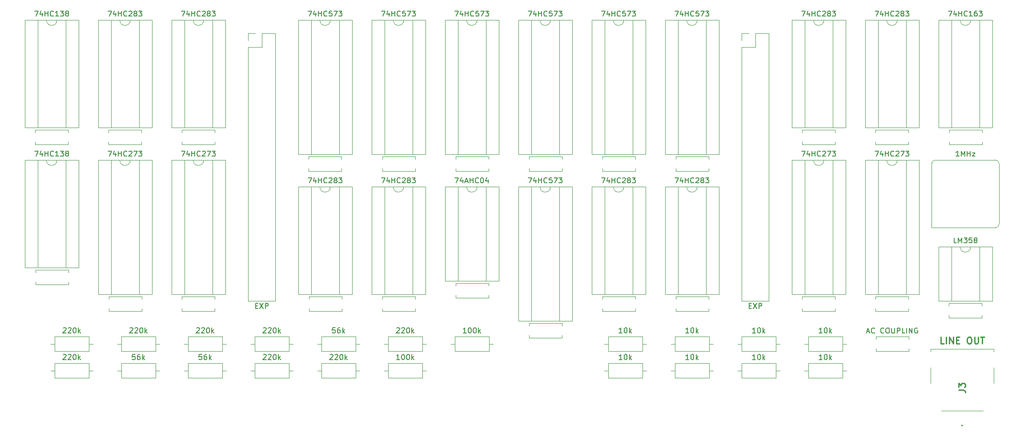
<source format=gbr>
%TF.GenerationSoftware,KiCad,Pcbnew,(5.1.8)-1*%
%TF.CreationDate,2020-12-28T18:18:32+00:00*%
%TF.ProjectId,sound-board,736f756e-642d-4626-9f61-72642e6b6963,rev?*%
%TF.SameCoordinates,Original*%
%TF.FileFunction,Legend,Top*%
%TF.FilePolarity,Positive*%
%FSLAX46Y46*%
G04 Gerber Fmt 4.6, Leading zero omitted, Abs format (unit mm)*
G04 Created by KiCad (PCBNEW (5.1.8)-1) date 2020-12-28 18:18:32*
%MOMM*%
%LPD*%
G01*
G04 APERTURE LIST*
%ADD10C,0.120000*%
%ADD11C,0.200000*%
%ADD12C,0.100000*%
%ADD13C,0.150000*%
%ADD14C,0.254000*%
G04 APERTURE END LIST*
D10*
%TO.C,C6*%
X31765000Y-83085000D02*
X38005000Y-83085000D01*
X31765000Y-85825000D02*
X38005000Y-85825000D01*
X31765000Y-83085000D02*
X31765000Y-83530000D01*
X31765000Y-85380000D02*
X31765000Y-85825000D01*
X38005000Y-83085000D02*
X38005000Y-83530000D01*
X38005000Y-85380000D02*
X38005000Y-85825000D01*
%TO.C,C1*%
X170165000Y-125195000D02*
X163925000Y-125195000D01*
X170165000Y-122455000D02*
X163925000Y-122455000D01*
X170165000Y-125195000D02*
X170165000Y-124750000D01*
X170165000Y-122900000D02*
X170165000Y-122455000D01*
X163925000Y-125195000D02*
X163925000Y-124750000D01*
X163925000Y-122900000D02*
X163925000Y-122455000D01*
%TO.C,C25*%
X69945000Y-88165000D02*
X76185000Y-88165000D01*
X69945000Y-90905000D02*
X76185000Y-90905000D01*
X69945000Y-88165000D02*
X69945000Y-88610000D01*
X69945000Y-90460000D02*
X69945000Y-90905000D01*
X76185000Y-88165000D02*
X76185000Y-88610000D01*
X76185000Y-90460000D02*
X76185000Y-90905000D01*
%TO.C,C24*%
X97885000Y-88165000D02*
X104125000Y-88165000D01*
X97885000Y-90905000D02*
X104125000Y-90905000D01*
X97885000Y-88165000D02*
X97885000Y-88610000D01*
X97885000Y-90460000D02*
X97885000Y-90905000D01*
X104125000Y-88165000D02*
X104125000Y-88610000D01*
X104125000Y-90460000D02*
X104125000Y-90905000D01*
%TO.C,C23*%
X83915000Y-88165000D02*
X90155000Y-88165000D01*
X83915000Y-90905000D02*
X90155000Y-90905000D01*
X83915000Y-88165000D02*
X83915000Y-88610000D01*
X83915000Y-90460000D02*
X83915000Y-90905000D01*
X90155000Y-88165000D02*
X90155000Y-88610000D01*
X90155000Y-90460000D02*
X90155000Y-90905000D01*
%TO.C,C22*%
X111855000Y-88165000D02*
X118095000Y-88165000D01*
X111855000Y-90905000D02*
X118095000Y-90905000D01*
X111855000Y-88165000D02*
X111855000Y-88610000D01*
X111855000Y-90460000D02*
X111855000Y-90905000D01*
X118095000Y-88165000D02*
X118095000Y-88610000D01*
X118095000Y-90460000D02*
X118095000Y-90905000D01*
%TO.C,C21*%
X125825000Y-88165000D02*
X132065000Y-88165000D01*
X125825000Y-90905000D02*
X132065000Y-90905000D01*
X125825000Y-88165000D02*
X125825000Y-88610000D01*
X125825000Y-90460000D02*
X125825000Y-90905000D01*
X132065000Y-88165000D02*
X132065000Y-88610000D01*
X132065000Y-90460000D02*
X132065000Y-90905000D01*
%TO.C,C20*%
X55895000Y-88165000D02*
X62135000Y-88165000D01*
X55895000Y-90905000D02*
X62135000Y-90905000D01*
X55895000Y-88165000D02*
X55895000Y-88610000D01*
X55895000Y-90460000D02*
X55895000Y-90905000D01*
X62135000Y-88165000D02*
X62135000Y-88610000D01*
X62135000Y-90460000D02*
X62135000Y-90905000D01*
%TO.C,C19*%
X97885000Y-119915000D02*
X104125000Y-119915000D01*
X97885000Y-122655000D02*
X104125000Y-122655000D01*
X97885000Y-119915000D02*
X97885000Y-120360000D01*
X97885000Y-122210000D02*
X97885000Y-122655000D01*
X104125000Y-119915000D02*
X104125000Y-120360000D01*
X104125000Y-122210000D02*
X104125000Y-122655000D01*
%TO.C,C18*%
X163845000Y-83085000D02*
X170085000Y-83085000D01*
X163845000Y-85825000D02*
X170085000Y-85825000D01*
X163845000Y-83085000D02*
X163845000Y-83530000D01*
X163845000Y-85380000D02*
X163845000Y-85825000D01*
X170085000Y-83085000D02*
X170085000Y-83530000D01*
X170085000Y-85380000D02*
X170085000Y-85825000D01*
%TO.C,C17*%
X111855000Y-114835000D02*
X118095000Y-114835000D01*
X111855000Y-117575000D02*
X118095000Y-117575000D01*
X111855000Y-114835000D02*
X111855000Y-115280000D01*
X111855000Y-117130000D02*
X111855000Y-117575000D01*
X118095000Y-114835000D02*
X118095000Y-115280000D01*
X118095000Y-117130000D02*
X118095000Y-117575000D01*
%TO.C,C16*%
X149875000Y-83085000D02*
X156115000Y-83085000D01*
X149875000Y-85825000D02*
X156115000Y-85825000D01*
X149875000Y-83085000D02*
X149875000Y-83530000D01*
X149875000Y-85380000D02*
X149875000Y-85825000D01*
X156115000Y-83085000D02*
X156115000Y-83530000D01*
X156115000Y-85380000D02*
X156115000Y-85825000D01*
%TO.C,C15*%
X177815000Y-116105000D02*
X184055000Y-116105000D01*
X177815000Y-118845000D02*
X184055000Y-118845000D01*
X177815000Y-116105000D02*
X177815000Y-116550000D01*
X177815000Y-118400000D02*
X177815000Y-118845000D01*
X184055000Y-116105000D02*
X184055000Y-116550000D01*
X184055000Y-118400000D02*
X184055000Y-118845000D01*
%TO.C,C14*%
X125825000Y-114835000D02*
X132065000Y-114835000D01*
X125825000Y-117575000D02*
X132065000Y-117575000D01*
X125825000Y-114835000D02*
X125825000Y-115280000D01*
X125825000Y-117130000D02*
X125825000Y-117575000D01*
X132065000Y-114835000D02*
X132065000Y-115280000D01*
X132065000Y-117130000D02*
X132065000Y-117575000D01*
%TO.C,C13*%
X177895000Y-83085000D02*
X184135000Y-83085000D01*
X177895000Y-85825000D02*
X184135000Y-85825000D01*
X177895000Y-83085000D02*
X177895000Y-83530000D01*
X177895000Y-85380000D02*
X177895000Y-85825000D01*
X184135000Y-83085000D02*
X184135000Y-83530000D01*
X184135000Y-85380000D02*
X184135000Y-85825000D01*
%TO.C,C12*%
X163845000Y-114835000D02*
X170085000Y-114835000D01*
X163845000Y-117575000D02*
X170085000Y-117575000D01*
X163845000Y-114835000D02*
X163845000Y-115280000D01*
X163845000Y-117130000D02*
X163845000Y-117575000D01*
X170085000Y-114835000D02*
X170085000Y-115280000D01*
X170085000Y-117130000D02*
X170085000Y-117575000D01*
%TO.C,C11*%
X149875000Y-114835000D02*
X156115000Y-114835000D01*
X149875000Y-117575000D02*
X156115000Y-117575000D01*
X149875000Y-114835000D02*
X149875000Y-115280000D01*
X149875000Y-117130000D02*
X149875000Y-117575000D01*
X156115000Y-114835000D02*
X156115000Y-115280000D01*
X156115000Y-117130000D02*
X156115000Y-117575000D01*
%TO.C,C10*%
X83915000Y-112295000D02*
X90155000Y-112295000D01*
X83915000Y-115035000D02*
X90155000Y-115035000D01*
X83915000Y-112295000D02*
X83915000Y-112740000D01*
X83915000Y-114590000D02*
X83915000Y-115035000D01*
X90155000Y-112295000D02*
X90155000Y-112740000D01*
X90155000Y-114590000D02*
X90155000Y-115035000D01*
%TO.C,C9*%
X31765000Y-114835000D02*
X38005000Y-114835000D01*
X31765000Y-117575000D02*
X38005000Y-117575000D01*
X31765000Y-114835000D02*
X31765000Y-115280000D01*
X31765000Y-117130000D02*
X31765000Y-117575000D01*
X38005000Y-114835000D02*
X38005000Y-115280000D01*
X38005000Y-117130000D02*
X38005000Y-117575000D01*
%TO.C,C8*%
X55975000Y-114835000D02*
X62215000Y-114835000D01*
X55975000Y-117575000D02*
X62215000Y-117575000D01*
X55975000Y-114835000D02*
X55975000Y-115280000D01*
X55975000Y-117130000D02*
X55975000Y-117575000D01*
X62215000Y-114835000D02*
X62215000Y-115280000D01*
X62215000Y-117130000D02*
X62215000Y-117575000D01*
%TO.C,C7*%
X17875000Y-114835000D02*
X24115000Y-114835000D01*
X17875000Y-117575000D02*
X24115000Y-117575000D01*
X17875000Y-114835000D02*
X17875000Y-115280000D01*
X17875000Y-117130000D02*
X17875000Y-117575000D01*
X24115000Y-114835000D02*
X24115000Y-115280000D01*
X24115000Y-117130000D02*
X24115000Y-117575000D01*
%TO.C,C5*%
X3905000Y-109755000D02*
X10145000Y-109755000D01*
X3905000Y-112495000D02*
X10145000Y-112495000D01*
X3905000Y-109755000D02*
X3905000Y-110200000D01*
X3905000Y-112050000D02*
X3905000Y-112495000D01*
X10145000Y-109755000D02*
X10145000Y-110200000D01*
X10145000Y-112050000D02*
X10145000Y-112495000D01*
%TO.C,C4*%
X17795000Y-83085000D02*
X24035000Y-83085000D01*
X17795000Y-85825000D02*
X24035000Y-85825000D01*
X17795000Y-83085000D02*
X17795000Y-83530000D01*
X17795000Y-85380000D02*
X17795000Y-85825000D01*
X24035000Y-83085000D02*
X24035000Y-83530000D01*
X24035000Y-85380000D02*
X24035000Y-85825000D01*
%TO.C,C3*%
X3825000Y-83085000D02*
X10065000Y-83085000D01*
X3825000Y-85825000D02*
X10065000Y-85825000D01*
X3825000Y-83085000D02*
X3825000Y-83530000D01*
X3825000Y-85380000D02*
X3825000Y-85825000D01*
X10065000Y-83085000D02*
X10065000Y-83530000D01*
X10065000Y-85380000D02*
X10065000Y-85825000D01*
%TO.C,C2*%
X69945000Y-114835000D02*
X76185000Y-114835000D01*
X69945000Y-117575000D02*
X76185000Y-117575000D01*
X69945000Y-114835000D02*
X69945000Y-115280000D01*
X69945000Y-117130000D02*
X69945000Y-117575000D01*
X76185000Y-114835000D02*
X76185000Y-115280000D01*
X76185000Y-117130000D02*
X76185000Y-117575000D01*
D11*
%TO.C,J3*%
X180440000Y-139375000D02*
X180440000Y-139375000D01*
X180240000Y-139375000D02*
X180240000Y-139375000D01*
D12*
X186340000Y-124825000D02*
X186340000Y-125325000D01*
X174340000Y-124825000D02*
X186340000Y-124825000D01*
X174340000Y-125325000D02*
X174340000Y-124825000D01*
X174340000Y-131325000D02*
X174340000Y-128325000D01*
X186340000Y-131325000D02*
X186340000Y-128325000D01*
X176340000Y-136525000D02*
X184340000Y-136525000D01*
D11*
X180240000Y-139375000D02*
G75*
G02*
X180440000Y-139375000I100000J0D01*
G01*
X180440000Y-139375000D02*
G75*
G02*
X180240000Y-139375000I-100000J0D01*
G01*
D10*
%TO.C,U24*%
X186115000Y-105290000D02*
X175835000Y-105290000D01*
X186115000Y-115690000D02*
X186115000Y-105290000D01*
X175835000Y-115690000D02*
X186115000Y-115690000D01*
X175835000Y-105290000D02*
X175835000Y-115690000D01*
X183625000Y-105350000D02*
X181975000Y-105350000D01*
X183625000Y-115630000D02*
X183625000Y-105350000D01*
X178325000Y-115630000D02*
X183625000Y-115630000D01*
X178325000Y-105350000D02*
X178325000Y-115630000D01*
X179975000Y-105350000D02*
X178325000Y-105350000D01*
X181975000Y-105350000D02*
G75*
G02*
X179975000Y-105350000I-1000000J0D01*
G01*
%TO.C,R22*%
X78335000Y-128905000D02*
X77565000Y-128905000D01*
X70255000Y-128905000D02*
X71025000Y-128905000D01*
X77565000Y-127535000D02*
X71025000Y-127535000D01*
X77565000Y-130275000D02*
X77565000Y-127535000D01*
X71025000Y-130275000D02*
X77565000Y-130275000D01*
X71025000Y-127535000D02*
X71025000Y-130275000D01*
%TO.C,R20*%
X91035000Y-123825000D02*
X90265000Y-123825000D01*
X82955000Y-123825000D02*
X83725000Y-123825000D01*
X90265000Y-122455000D02*
X83725000Y-122455000D01*
X90265000Y-125195000D02*
X90265000Y-122455000D01*
X83725000Y-125195000D02*
X90265000Y-125195000D01*
X83725000Y-122455000D02*
X83725000Y-125195000D01*
%TO.C,X1*%
X174525000Y-101700000D02*
X186675000Y-101700000D01*
X187425000Y-100950000D02*
X187425000Y-89550000D01*
X186675000Y-88800000D02*
X175275000Y-88800000D01*
X174525000Y-89550000D02*
X174525000Y-101700000D01*
X175275000Y-88800000D02*
G75*
G03*
X174525000Y-89550000I0J-750000D01*
G01*
X187425000Y-89550000D02*
G75*
G03*
X186675000Y-88800000I-750000J0D01*
G01*
X186675000Y-101700000D02*
G75*
G03*
X187425000Y-100950000I0J750000D01*
G01*
%TO.C,U23*%
X134045000Y-93860000D02*
X123765000Y-93860000D01*
X134045000Y-114420000D02*
X134045000Y-93860000D01*
X123765000Y-114420000D02*
X134045000Y-114420000D01*
X123765000Y-93860000D02*
X123765000Y-114420000D01*
X131555000Y-93920000D02*
X129905000Y-93920000D01*
X131555000Y-114360000D02*
X131555000Y-93920000D01*
X126255000Y-114360000D02*
X131555000Y-114360000D01*
X126255000Y-93920000D02*
X126255000Y-114360000D01*
X127905000Y-93920000D02*
X126255000Y-93920000D01*
X129905000Y-93920000D02*
G75*
G02*
X127905000Y-93920000I-1000000J0D01*
G01*
%TO.C,U22*%
X120075000Y-93860000D02*
X109795000Y-93860000D01*
X120075000Y-114420000D02*
X120075000Y-93860000D01*
X109795000Y-114420000D02*
X120075000Y-114420000D01*
X109795000Y-93860000D02*
X109795000Y-114420000D01*
X117585000Y-93920000D02*
X115935000Y-93920000D01*
X117585000Y-114360000D02*
X117585000Y-93920000D01*
X112285000Y-114360000D02*
X117585000Y-114360000D01*
X112285000Y-93920000D02*
X112285000Y-114360000D01*
X113935000Y-93920000D02*
X112285000Y-93920000D01*
X115935000Y-93920000D02*
G75*
G02*
X113935000Y-93920000I-1000000J0D01*
G01*
%TO.C,U21*%
X158175000Y-62110000D02*
X147895000Y-62110000D01*
X158175000Y-82670000D02*
X158175000Y-62110000D01*
X147895000Y-82670000D02*
X158175000Y-82670000D01*
X147895000Y-62110000D02*
X147895000Y-82670000D01*
X155685000Y-62170000D02*
X154035000Y-62170000D01*
X155685000Y-82610000D02*
X155685000Y-62170000D01*
X150385000Y-82610000D02*
X155685000Y-82610000D01*
X150385000Y-62170000D02*
X150385000Y-82610000D01*
X152035000Y-62170000D02*
X150385000Y-62170000D01*
X154035000Y-62170000D02*
G75*
G02*
X152035000Y-62170000I-1000000J0D01*
G01*
%TO.C,U20*%
X172145000Y-62110000D02*
X161865000Y-62110000D01*
X172145000Y-82670000D02*
X172145000Y-62110000D01*
X161865000Y-82670000D02*
X172145000Y-82670000D01*
X161865000Y-62110000D02*
X161865000Y-82670000D01*
X169655000Y-62170000D02*
X168005000Y-62170000D01*
X169655000Y-82610000D02*
X169655000Y-62170000D01*
X164355000Y-82610000D02*
X169655000Y-82610000D01*
X164355000Y-62170000D02*
X164355000Y-82610000D01*
X166005000Y-62170000D02*
X164355000Y-62170000D01*
X168005000Y-62170000D02*
G75*
G02*
X166005000Y-62170000I-1000000J0D01*
G01*
%TO.C,U19*%
X134045000Y-62110000D02*
X123765000Y-62110000D01*
X134045000Y-87750000D02*
X134045000Y-62110000D01*
X123765000Y-87750000D02*
X134045000Y-87750000D01*
X123765000Y-62110000D02*
X123765000Y-87750000D01*
X131555000Y-62170000D02*
X129905000Y-62170000D01*
X131555000Y-87690000D02*
X131555000Y-62170000D01*
X126255000Y-87690000D02*
X131555000Y-87690000D01*
X126255000Y-62170000D02*
X126255000Y-87690000D01*
X127905000Y-62170000D02*
X126255000Y-62170000D01*
X129905000Y-62170000D02*
G75*
G02*
X127905000Y-62170000I-1000000J0D01*
G01*
%TO.C,U18*%
X158175000Y-88780000D02*
X147895000Y-88780000D01*
X158175000Y-114420000D02*
X158175000Y-88780000D01*
X147895000Y-114420000D02*
X158175000Y-114420000D01*
X147895000Y-88780000D02*
X147895000Y-114420000D01*
X155685000Y-88840000D02*
X154035000Y-88840000D01*
X155685000Y-114360000D02*
X155685000Y-88840000D01*
X150385000Y-114360000D02*
X155685000Y-114360000D01*
X150385000Y-88840000D02*
X150385000Y-114360000D01*
X152035000Y-88840000D02*
X150385000Y-88840000D01*
X154035000Y-88840000D02*
G75*
G02*
X152035000Y-88840000I-1000000J0D01*
G01*
%TO.C,U17*%
X172145000Y-88780000D02*
X161865000Y-88780000D01*
X172145000Y-114420000D02*
X172145000Y-88780000D01*
X161865000Y-114420000D02*
X172145000Y-114420000D01*
X161865000Y-88780000D02*
X161865000Y-114420000D01*
X169655000Y-88840000D02*
X168005000Y-88840000D01*
X169655000Y-114360000D02*
X169655000Y-88840000D01*
X164355000Y-114360000D02*
X169655000Y-114360000D01*
X164355000Y-88840000D02*
X164355000Y-114360000D01*
X166005000Y-88840000D02*
X164355000Y-88840000D01*
X168005000Y-88840000D02*
G75*
G02*
X166005000Y-88840000I-1000000J0D01*
G01*
%TO.C,U16*%
X106105000Y-62110000D02*
X95825000Y-62110000D01*
X106105000Y-87750000D02*
X106105000Y-62110000D01*
X95825000Y-87750000D02*
X106105000Y-87750000D01*
X95825000Y-62110000D02*
X95825000Y-87750000D01*
X103615000Y-62170000D02*
X101965000Y-62170000D01*
X103615000Y-87690000D02*
X103615000Y-62170000D01*
X98315000Y-87690000D02*
X103615000Y-87690000D01*
X98315000Y-62170000D02*
X98315000Y-87690000D01*
X99965000Y-62170000D02*
X98315000Y-62170000D01*
X101965000Y-62170000D02*
G75*
G02*
X99965000Y-62170000I-1000000J0D01*
G01*
%TO.C,U15*%
X120075000Y-62110000D02*
X109795000Y-62110000D01*
X120075000Y-87750000D02*
X120075000Y-62110000D01*
X109795000Y-87750000D02*
X120075000Y-87750000D01*
X109795000Y-62110000D02*
X109795000Y-87750000D01*
X117585000Y-62170000D02*
X115935000Y-62170000D01*
X117585000Y-87690000D02*
X117585000Y-62170000D01*
X112285000Y-87690000D02*
X117585000Y-87690000D01*
X112285000Y-62170000D02*
X112285000Y-87690000D01*
X113935000Y-62170000D02*
X112285000Y-62170000D01*
X115935000Y-62170000D02*
G75*
G02*
X113935000Y-62170000I-1000000J0D01*
G01*
%TO.C,U14*%
X64195000Y-93860000D02*
X53915000Y-93860000D01*
X64195000Y-114420000D02*
X64195000Y-93860000D01*
X53915000Y-114420000D02*
X64195000Y-114420000D01*
X53915000Y-93860000D02*
X53915000Y-114420000D01*
X61705000Y-93920000D02*
X60055000Y-93920000D01*
X61705000Y-114360000D02*
X61705000Y-93920000D01*
X56405000Y-114360000D02*
X61705000Y-114360000D01*
X56405000Y-93920000D02*
X56405000Y-114360000D01*
X58055000Y-93920000D02*
X56405000Y-93920000D01*
X60055000Y-93920000D02*
G75*
G02*
X58055000Y-93920000I-1000000J0D01*
G01*
%TO.C,U13*%
X78165000Y-93860000D02*
X67885000Y-93860000D01*
X78165000Y-114420000D02*
X78165000Y-93860000D01*
X67885000Y-114420000D02*
X78165000Y-114420000D01*
X67885000Y-93860000D02*
X67885000Y-114420000D01*
X75675000Y-93920000D02*
X74025000Y-93920000D01*
X75675000Y-114360000D02*
X75675000Y-93920000D01*
X70375000Y-114360000D02*
X75675000Y-114360000D01*
X70375000Y-93920000D02*
X70375000Y-114360000D01*
X72025000Y-93920000D02*
X70375000Y-93920000D01*
X74025000Y-93920000D02*
G75*
G02*
X72025000Y-93920000I-1000000J0D01*
G01*
%TO.C,U12*%
X40065000Y-62110000D02*
X29785000Y-62110000D01*
X40065000Y-82670000D02*
X40065000Y-62110000D01*
X29785000Y-82670000D02*
X40065000Y-82670000D01*
X29785000Y-62110000D02*
X29785000Y-82670000D01*
X37575000Y-62170000D02*
X35925000Y-62170000D01*
X37575000Y-82610000D02*
X37575000Y-62170000D01*
X32275000Y-82610000D02*
X37575000Y-82610000D01*
X32275000Y-62170000D02*
X32275000Y-82610000D01*
X33925000Y-62170000D02*
X32275000Y-62170000D01*
X35925000Y-62170000D02*
G75*
G02*
X33925000Y-62170000I-1000000J0D01*
G01*
%TO.C,U11*%
X26095000Y-62110000D02*
X15815000Y-62110000D01*
X26095000Y-82670000D02*
X26095000Y-62110000D01*
X15815000Y-82670000D02*
X26095000Y-82670000D01*
X15815000Y-62110000D02*
X15815000Y-82670000D01*
X23605000Y-62170000D02*
X21955000Y-62170000D01*
X23605000Y-82610000D02*
X23605000Y-62170000D01*
X18305000Y-82610000D02*
X23605000Y-82610000D01*
X18305000Y-62170000D02*
X18305000Y-82610000D01*
X19955000Y-62170000D02*
X18305000Y-62170000D01*
X21955000Y-62170000D02*
G75*
G02*
X19955000Y-62170000I-1000000J0D01*
G01*
%TO.C,U10*%
X64195000Y-62110000D02*
X53915000Y-62110000D01*
X64195000Y-87750000D02*
X64195000Y-62110000D01*
X53915000Y-87750000D02*
X64195000Y-87750000D01*
X53915000Y-62110000D02*
X53915000Y-87750000D01*
X61705000Y-62170000D02*
X60055000Y-62170000D01*
X61705000Y-87690000D02*
X61705000Y-62170000D01*
X56405000Y-87690000D02*
X61705000Y-87690000D01*
X56405000Y-62170000D02*
X56405000Y-87690000D01*
X58055000Y-62170000D02*
X56405000Y-62170000D01*
X60055000Y-62170000D02*
G75*
G02*
X58055000Y-62170000I-1000000J0D01*
G01*
%TO.C,U9*%
X40065000Y-88780000D02*
X29785000Y-88780000D01*
X40065000Y-114420000D02*
X40065000Y-88780000D01*
X29785000Y-114420000D02*
X40065000Y-114420000D01*
X29785000Y-88780000D02*
X29785000Y-114420000D01*
X37575000Y-88840000D02*
X35925000Y-88840000D01*
X37575000Y-114360000D02*
X37575000Y-88840000D01*
X32275000Y-114360000D02*
X37575000Y-114360000D01*
X32275000Y-88840000D02*
X32275000Y-114360000D01*
X33925000Y-88840000D02*
X32275000Y-88840000D01*
X35925000Y-88840000D02*
G75*
G02*
X33925000Y-88840000I-1000000J0D01*
G01*
%TO.C,U8*%
X26095000Y-88780000D02*
X15815000Y-88780000D01*
X26095000Y-114420000D02*
X26095000Y-88780000D01*
X15815000Y-114420000D02*
X26095000Y-114420000D01*
X15815000Y-88780000D02*
X15815000Y-114420000D01*
X23605000Y-88840000D02*
X21955000Y-88840000D01*
X23605000Y-114360000D02*
X23605000Y-88840000D01*
X18305000Y-114360000D02*
X23605000Y-114360000D01*
X18305000Y-88840000D02*
X18305000Y-114360000D01*
X19955000Y-88840000D02*
X18305000Y-88840000D01*
X21955000Y-88840000D02*
G75*
G02*
X19955000Y-88840000I-1000000J0D01*
G01*
%TO.C,U7*%
X92135000Y-62110000D02*
X81855000Y-62110000D01*
X92135000Y-87750000D02*
X92135000Y-62110000D01*
X81855000Y-87750000D02*
X92135000Y-87750000D01*
X81855000Y-62110000D02*
X81855000Y-87750000D01*
X89645000Y-62170000D02*
X87995000Y-62170000D01*
X89645000Y-87690000D02*
X89645000Y-62170000D01*
X84345000Y-87690000D02*
X89645000Y-87690000D01*
X84345000Y-62170000D02*
X84345000Y-87690000D01*
X85995000Y-62170000D02*
X84345000Y-62170000D01*
X87995000Y-62170000D02*
G75*
G02*
X85995000Y-62170000I-1000000J0D01*
G01*
%TO.C,U6*%
X78165000Y-62110000D02*
X67885000Y-62110000D01*
X78165000Y-87750000D02*
X78165000Y-62110000D01*
X67885000Y-87750000D02*
X78165000Y-87750000D01*
X67885000Y-62110000D02*
X67885000Y-87750000D01*
X75675000Y-62170000D02*
X74025000Y-62170000D01*
X75675000Y-87690000D02*
X75675000Y-62170000D01*
X70375000Y-87690000D02*
X75675000Y-87690000D01*
X70375000Y-62170000D02*
X70375000Y-87690000D01*
X72025000Y-62170000D02*
X70375000Y-62170000D01*
X74025000Y-62170000D02*
G75*
G02*
X72025000Y-62170000I-1000000J0D01*
G01*
%TO.C,U5*%
X186115000Y-62110000D02*
X175835000Y-62110000D01*
X186115000Y-82670000D02*
X186115000Y-62110000D01*
X175835000Y-82670000D02*
X186115000Y-82670000D01*
X175835000Y-62110000D02*
X175835000Y-82670000D01*
X183625000Y-62170000D02*
X181975000Y-62170000D01*
X183625000Y-82610000D02*
X183625000Y-62170000D01*
X178325000Y-82610000D02*
X183625000Y-82610000D01*
X178325000Y-62170000D02*
X178325000Y-82610000D01*
X179975000Y-62170000D02*
X178325000Y-62170000D01*
X181975000Y-62170000D02*
G75*
G02*
X179975000Y-62170000I-1000000J0D01*
G01*
%TO.C,U4*%
X106105000Y-93860000D02*
X95825000Y-93860000D01*
X106105000Y-119500000D02*
X106105000Y-93860000D01*
X95825000Y-119500000D02*
X106105000Y-119500000D01*
X95825000Y-93860000D02*
X95825000Y-119500000D01*
X103615000Y-93920000D02*
X101965000Y-93920000D01*
X103615000Y-119440000D02*
X103615000Y-93920000D01*
X98315000Y-119440000D02*
X103615000Y-119440000D01*
X98315000Y-93920000D02*
X98315000Y-119440000D01*
X99965000Y-93920000D02*
X98315000Y-93920000D01*
X101965000Y-93920000D02*
G75*
G02*
X99965000Y-93920000I-1000000J0D01*
G01*
%TO.C,U3*%
X12125000Y-88780000D02*
X1845000Y-88780000D01*
X12125000Y-109340000D02*
X12125000Y-88780000D01*
X1845000Y-109340000D02*
X12125000Y-109340000D01*
X1845000Y-88780000D02*
X1845000Y-109340000D01*
X9635000Y-88840000D02*
X7985000Y-88840000D01*
X9635000Y-109280000D02*
X9635000Y-88840000D01*
X4335000Y-109280000D02*
X9635000Y-109280000D01*
X4335000Y-88840000D02*
X4335000Y-109280000D01*
X5985000Y-88840000D02*
X4335000Y-88840000D01*
X7985000Y-88840000D02*
G75*
G02*
X5985000Y-88840000I-1000000J0D01*
G01*
%TO.C,U2*%
X92135000Y-93860000D02*
X81855000Y-93860000D01*
X92135000Y-111880000D02*
X92135000Y-93860000D01*
X81855000Y-111880000D02*
X92135000Y-111880000D01*
X81855000Y-93860000D02*
X81855000Y-111880000D01*
X89645000Y-93920000D02*
X87995000Y-93920000D01*
X89645000Y-111820000D02*
X89645000Y-93920000D01*
X84345000Y-111820000D02*
X89645000Y-111820000D01*
X84345000Y-93920000D02*
X84345000Y-111820000D01*
X85995000Y-93920000D02*
X84345000Y-93920000D01*
X87995000Y-93920000D02*
G75*
G02*
X85995000Y-93920000I-1000000J0D01*
G01*
%TO.C,U1*%
X12125000Y-62110000D02*
X1845000Y-62110000D01*
X12125000Y-82670000D02*
X12125000Y-62110000D01*
X1845000Y-82670000D02*
X12125000Y-82670000D01*
X1845000Y-62110000D02*
X1845000Y-82670000D01*
X9635000Y-62170000D02*
X7985000Y-62170000D01*
X9635000Y-82610000D02*
X9635000Y-62170000D01*
X4335000Y-82610000D02*
X9635000Y-82610000D01*
X4335000Y-62170000D02*
X4335000Y-82610000D01*
X5985000Y-62170000D02*
X4335000Y-62170000D01*
X7985000Y-62170000D02*
G75*
G02*
X5985000Y-62170000I-1000000J0D01*
G01*
%TO.C,R19*%
X158345000Y-128905000D02*
X157575000Y-128905000D01*
X150265000Y-128905000D02*
X151035000Y-128905000D01*
X157575000Y-127535000D02*
X151035000Y-127535000D01*
X157575000Y-130275000D02*
X157575000Y-127535000D01*
X151035000Y-130275000D02*
X157575000Y-130275000D01*
X151035000Y-127535000D02*
X151035000Y-130275000D01*
%TO.C,R18*%
X158345000Y-123825000D02*
X157575000Y-123825000D01*
X150265000Y-123825000D02*
X151035000Y-123825000D01*
X157575000Y-122455000D02*
X151035000Y-122455000D01*
X157575000Y-125195000D02*
X157575000Y-122455000D01*
X151035000Y-125195000D02*
X157575000Y-125195000D01*
X151035000Y-122455000D02*
X151035000Y-125195000D01*
%TO.C,R17*%
X145645000Y-128905000D02*
X144875000Y-128905000D01*
X137565000Y-128905000D02*
X138335000Y-128905000D01*
X144875000Y-127535000D02*
X138335000Y-127535000D01*
X144875000Y-130275000D02*
X144875000Y-127535000D01*
X138335000Y-130275000D02*
X144875000Y-130275000D01*
X138335000Y-127535000D02*
X138335000Y-130275000D01*
%TO.C,R16*%
X145645000Y-123825000D02*
X144875000Y-123825000D01*
X137565000Y-123825000D02*
X138335000Y-123825000D01*
X144875000Y-122455000D02*
X138335000Y-122455000D01*
X144875000Y-125195000D02*
X144875000Y-122455000D01*
X138335000Y-125195000D02*
X144875000Y-125195000D01*
X138335000Y-122455000D02*
X138335000Y-125195000D01*
%TO.C,R15*%
X132945000Y-128905000D02*
X132175000Y-128905000D01*
X124865000Y-128905000D02*
X125635000Y-128905000D01*
X132175000Y-127535000D02*
X125635000Y-127535000D01*
X132175000Y-130275000D02*
X132175000Y-127535000D01*
X125635000Y-130275000D02*
X132175000Y-130275000D01*
X125635000Y-127535000D02*
X125635000Y-130275000D01*
%TO.C,R14*%
X132945000Y-123825000D02*
X132175000Y-123825000D01*
X124865000Y-123825000D02*
X125635000Y-123825000D01*
X132175000Y-122455000D02*
X125635000Y-122455000D01*
X132175000Y-125195000D02*
X132175000Y-122455000D01*
X125635000Y-125195000D02*
X132175000Y-125195000D01*
X125635000Y-122455000D02*
X125635000Y-125195000D01*
%TO.C,R13*%
X120245000Y-128905000D02*
X119475000Y-128905000D01*
X112165000Y-128905000D02*
X112935000Y-128905000D01*
X119475000Y-127535000D02*
X112935000Y-127535000D01*
X119475000Y-130275000D02*
X119475000Y-127535000D01*
X112935000Y-130275000D02*
X119475000Y-130275000D01*
X112935000Y-127535000D02*
X112935000Y-130275000D01*
%TO.C,R12*%
X120245000Y-123825000D02*
X119475000Y-123825000D01*
X112165000Y-123825000D02*
X112935000Y-123825000D01*
X119475000Y-122455000D02*
X112935000Y-122455000D01*
X119475000Y-125195000D02*
X119475000Y-122455000D01*
X112935000Y-125195000D02*
X119475000Y-125195000D01*
X112935000Y-122455000D02*
X112935000Y-125195000D01*
%TO.C,R11*%
X65635000Y-128905000D02*
X64865000Y-128905000D01*
X57555000Y-128905000D02*
X58325000Y-128905000D01*
X64865000Y-127535000D02*
X58325000Y-127535000D01*
X64865000Y-130275000D02*
X64865000Y-127535000D01*
X58325000Y-130275000D02*
X64865000Y-130275000D01*
X58325000Y-127535000D02*
X58325000Y-130275000D01*
%TO.C,R10*%
X78335000Y-123825000D02*
X77565000Y-123825000D01*
X70255000Y-123825000D02*
X71025000Y-123825000D01*
X77565000Y-122455000D02*
X71025000Y-122455000D01*
X77565000Y-125195000D02*
X77565000Y-122455000D01*
X71025000Y-125195000D02*
X77565000Y-125195000D01*
X71025000Y-122455000D02*
X71025000Y-125195000D01*
%TO.C,R9*%
X65635000Y-123825000D02*
X64865000Y-123825000D01*
X57555000Y-123825000D02*
X58325000Y-123825000D01*
X64865000Y-122455000D02*
X58325000Y-122455000D01*
X64865000Y-125195000D02*
X64865000Y-122455000D01*
X58325000Y-125195000D02*
X64865000Y-125195000D01*
X58325000Y-122455000D02*
X58325000Y-125195000D01*
%TO.C,R8*%
X52935000Y-128905000D02*
X52165000Y-128905000D01*
X44855000Y-128905000D02*
X45625000Y-128905000D01*
X52165000Y-127535000D02*
X45625000Y-127535000D01*
X52165000Y-130275000D02*
X52165000Y-127535000D01*
X45625000Y-130275000D02*
X52165000Y-130275000D01*
X45625000Y-127535000D02*
X45625000Y-130275000D01*
%TO.C,R7*%
X52935000Y-123825000D02*
X52165000Y-123825000D01*
X44855000Y-123825000D02*
X45625000Y-123825000D01*
X52165000Y-122455000D02*
X45625000Y-122455000D01*
X52165000Y-125195000D02*
X52165000Y-122455000D01*
X45625000Y-125195000D02*
X52165000Y-125195000D01*
X45625000Y-122455000D02*
X45625000Y-125195000D01*
%TO.C,R6*%
X40235000Y-128905000D02*
X39465000Y-128905000D01*
X32155000Y-128905000D02*
X32925000Y-128905000D01*
X39465000Y-127535000D02*
X32925000Y-127535000D01*
X39465000Y-130275000D02*
X39465000Y-127535000D01*
X32925000Y-130275000D02*
X39465000Y-130275000D01*
X32925000Y-127535000D02*
X32925000Y-130275000D01*
%TO.C,R5*%
X40235000Y-123825000D02*
X39465000Y-123825000D01*
X32155000Y-123825000D02*
X32925000Y-123825000D01*
X39465000Y-122455000D02*
X32925000Y-122455000D01*
X39465000Y-125195000D02*
X39465000Y-122455000D01*
X32925000Y-125195000D02*
X39465000Y-125195000D01*
X32925000Y-122455000D02*
X32925000Y-125195000D01*
%TO.C,R4*%
X27535000Y-123825000D02*
X26765000Y-123825000D01*
X19455000Y-123825000D02*
X20225000Y-123825000D01*
X26765000Y-122455000D02*
X20225000Y-122455000D01*
X26765000Y-125195000D02*
X26765000Y-122455000D01*
X20225000Y-125195000D02*
X26765000Y-125195000D01*
X20225000Y-122455000D02*
X20225000Y-125195000D01*
%TO.C,R3*%
X27535000Y-128905000D02*
X26765000Y-128905000D01*
X19455000Y-128905000D02*
X20225000Y-128905000D01*
X26765000Y-127535000D02*
X20225000Y-127535000D01*
X26765000Y-130275000D02*
X26765000Y-127535000D01*
X20225000Y-130275000D02*
X26765000Y-130275000D01*
X20225000Y-127535000D02*
X20225000Y-130275000D01*
%TO.C,R2*%
X14835000Y-123825000D02*
X14065000Y-123825000D01*
X6755000Y-123825000D02*
X7525000Y-123825000D01*
X14065000Y-122455000D02*
X7525000Y-122455000D01*
X14065000Y-125195000D02*
X14065000Y-122455000D01*
X7525000Y-125195000D02*
X14065000Y-125195000D01*
X7525000Y-122455000D02*
X7525000Y-125195000D01*
%TO.C,R1*%
X14835000Y-128905000D02*
X14065000Y-128905000D01*
X6755000Y-128905000D02*
X7525000Y-128905000D01*
X14065000Y-127535000D02*
X7525000Y-127535000D01*
X14065000Y-130275000D02*
X14065000Y-127535000D01*
X7525000Y-130275000D02*
X14065000Y-130275000D01*
X7525000Y-127535000D02*
X7525000Y-130275000D01*
%TO.C,J2*%
X138370000Y-64710000D02*
X139700000Y-64710000D01*
X138370000Y-66040000D02*
X138370000Y-64710000D01*
X140970000Y-64710000D02*
X143570000Y-64710000D01*
X140970000Y-67310000D02*
X140970000Y-64710000D01*
X138370000Y-67310000D02*
X140970000Y-67310000D01*
X143570000Y-64710000D02*
X143570000Y-115630000D01*
X138370000Y-67310000D02*
X138370000Y-115630000D01*
X138370000Y-115630000D02*
X143570000Y-115630000D01*
%TO.C,J1*%
X44390000Y-64710000D02*
X45720000Y-64710000D01*
X44390000Y-66040000D02*
X44390000Y-64710000D01*
X46990000Y-64710000D02*
X49590000Y-64710000D01*
X46990000Y-67310000D02*
X46990000Y-64710000D01*
X44390000Y-67310000D02*
X46990000Y-67310000D01*
X49590000Y-64710000D02*
X49590000Y-115630000D01*
X44390000Y-67310000D02*
X44390000Y-115630000D01*
X44390000Y-115630000D02*
X49590000Y-115630000D01*
%TO.C,C1*%
D13*
X162211666Y-121491666D02*
X162687857Y-121491666D01*
X162116428Y-121777380D02*
X162449761Y-120777380D01*
X162783095Y-121777380D01*
X163687857Y-121682142D02*
X163640238Y-121729761D01*
X163497380Y-121777380D01*
X163402142Y-121777380D01*
X163259285Y-121729761D01*
X163164047Y-121634523D01*
X163116428Y-121539285D01*
X163068809Y-121348809D01*
X163068809Y-121205952D01*
X163116428Y-121015476D01*
X163164047Y-120920238D01*
X163259285Y-120825000D01*
X163402142Y-120777380D01*
X163497380Y-120777380D01*
X163640238Y-120825000D01*
X163687857Y-120872619D01*
X165449761Y-121682142D02*
X165402142Y-121729761D01*
X165259285Y-121777380D01*
X165164047Y-121777380D01*
X165021190Y-121729761D01*
X164925952Y-121634523D01*
X164878333Y-121539285D01*
X164830714Y-121348809D01*
X164830714Y-121205952D01*
X164878333Y-121015476D01*
X164925952Y-120920238D01*
X165021190Y-120825000D01*
X165164047Y-120777380D01*
X165259285Y-120777380D01*
X165402142Y-120825000D01*
X165449761Y-120872619D01*
X166068809Y-120777380D02*
X166259285Y-120777380D01*
X166354523Y-120825000D01*
X166449761Y-120920238D01*
X166497380Y-121110714D01*
X166497380Y-121444047D01*
X166449761Y-121634523D01*
X166354523Y-121729761D01*
X166259285Y-121777380D01*
X166068809Y-121777380D01*
X165973571Y-121729761D01*
X165878333Y-121634523D01*
X165830714Y-121444047D01*
X165830714Y-121110714D01*
X165878333Y-120920238D01*
X165973571Y-120825000D01*
X166068809Y-120777380D01*
X166925952Y-120777380D02*
X166925952Y-121586904D01*
X166973571Y-121682142D01*
X167021190Y-121729761D01*
X167116428Y-121777380D01*
X167306904Y-121777380D01*
X167402142Y-121729761D01*
X167449761Y-121682142D01*
X167497380Y-121586904D01*
X167497380Y-120777380D01*
X167973571Y-121777380D02*
X167973571Y-120777380D01*
X168354523Y-120777380D01*
X168449761Y-120825000D01*
X168497380Y-120872619D01*
X168545000Y-120967857D01*
X168545000Y-121110714D01*
X168497380Y-121205952D01*
X168449761Y-121253571D01*
X168354523Y-121301190D01*
X167973571Y-121301190D01*
X169449761Y-121777380D02*
X168973571Y-121777380D01*
X168973571Y-120777380D01*
X169783095Y-121777380D02*
X169783095Y-120777380D01*
X170259285Y-121777380D02*
X170259285Y-120777380D01*
X170830714Y-121777380D01*
X170830714Y-120777380D01*
X171830714Y-120825000D02*
X171735476Y-120777380D01*
X171592619Y-120777380D01*
X171449761Y-120825000D01*
X171354523Y-120920238D01*
X171306904Y-121015476D01*
X171259285Y-121205952D01*
X171259285Y-121348809D01*
X171306904Y-121539285D01*
X171354523Y-121634523D01*
X171449761Y-121729761D01*
X171592619Y-121777380D01*
X171687857Y-121777380D01*
X171830714Y-121729761D01*
X171878333Y-121682142D01*
X171878333Y-121348809D01*
X171687857Y-121348809D01*
%TO.C,J3*%
D14*
X179644523Y-132573333D02*
X180551666Y-132573333D01*
X180733095Y-132633809D01*
X180854047Y-132754761D01*
X180914523Y-132936190D01*
X180914523Y-133057142D01*
X179644523Y-132089523D02*
X179644523Y-131303333D01*
X180128333Y-131726666D01*
X180128333Y-131545238D01*
X180188809Y-131424285D01*
X180249285Y-131363809D01*
X180370238Y-131303333D01*
X180672619Y-131303333D01*
X180793571Y-131363809D01*
X180854047Y-131424285D01*
X180914523Y-131545238D01*
X180914523Y-131908095D01*
X180854047Y-132029047D01*
X180793571Y-132089523D01*
X176892857Y-123764523D02*
X176288095Y-123764523D01*
X176288095Y-122494523D01*
X177316190Y-123764523D02*
X177316190Y-122494523D01*
X177920952Y-123764523D02*
X177920952Y-122494523D01*
X178646666Y-123764523D01*
X178646666Y-122494523D01*
X179251428Y-123099285D02*
X179674761Y-123099285D01*
X179856190Y-123764523D02*
X179251428Y-123764523D01*
X179251428Y-122494523D01*
X179856190Y-122494523D01*
X181610000Y-122494523D02*
X181851904Y-122494523D01*
X181972857Y-122555000D01*
X182093809Y-122675952D01*
X182154285Y-122917857D01*
X182154285Y-123341190D01*
X182093809Y-123583095D01*
X181972857Y-123704047D01*
X181851904Y-123764523D01*
X181610000Y-123764523D01*
X181489047Y-123704047D01*
X181368095Y-123583095D01*
X181307619Y-123341190D01*
X181307619Y-122917857D01*
X181368095Y-122675952D01*
X181489047Y-122555000D01*
X181610000Y-122494523D01*
X182698571Y-122494523D02*
X182698571Y-123522619D01*
X182759047Y-123643571D01*
X182819523Y-123704047D01*
X182940476Y-123764523D01*
X183182380Y-123764523D01*
X183303333Y-123704047D01*
X183363809Y-123643571D01*
X183424285Y-123522619D01*
X183424285Y-122494523D01*
X183847619Y-122494523D02*
X184573333Y-122494523D01*
X184210476Y-123764523D02*
X184210476Y-122494523D01*
%TO.C,U24*%
D13*
X179284523Y-104592380D02*
X178808333Y-104592380D01*
X178808333Y-103592380D01*
X179617857Y-104592380D02*
X179617857Y-103592380D01*
X179951190Y-104306666D01*
X180284523Y-103592380D01*
X180284523Y-104592380D01*
X180665476Y-103592380D02*
X181284523Y-103592380D01*
X180951190Y-103973333D01*
X181094047Y-103973333D01*
X181189285Y-104020952D01*
X181236904Y-104068571D01*
X181284523Y-104163809D01*
X181284523Y-104401904D01*
X181236904Y-104497142D01*
X181189285Y-104544761D01*
X181094047Y-104592380D01*
X180808333Y-104592380D01*
X180713095Y-104544761D01*
X180665476Y-104497142D01*
X182189285Y-103592380D02*
X181713095Y-103592380D01*
X181665476Y-104068571D01*
X181713095Y-104020952D01*
X181808333Y-103973333D01*
X182046428Y-103973333D01*
X182141666Y-104020952D01*
X182189285Y-104068571D01*
X182236904Y-104163809D01*
X182236904Y-104401904D01*
X182189285Y-104497142D01*
X182141666Y-104544761D01*
X182046428Y-104592380D01*
X181808333Y-104592380D01*
X181713095Y-104544761D01*
X181665476Y-104497142D01*
X182808333Y-104020952D02*
X182713095Y-103973333D01*
X182665476Y-103925714D01*
X182617857Y-103830476D01*
X182617857Y-103782857D01*
X182665476Y-103687619D01*
X182713095Y-103640000D01*
X182808333Y-103592380D01*
X182998809Y-103592380D01*
X183094047Y-103640000D01*
X183141666Y-103687619D01*
X183189285Y-103782857D01*
X183189285Y-103830476D01*
X183141666Y-103925714D01*
X183094047Y-103973333D01*
X182998809Y-104020952D01*
X182808333Y-104020952D01*
X182713095Y-104068571D01*
X182665476Y-104116190D01*
X182617857Y-104211428D01*
X182617857Y-104401904D01*
X182665476Y-104497142D01*
X182713095Y-104544761D01*
X182808333Y-104592380D01*
X182998809Y-104592380D01*
X183094047Y-104544761D01*
X183141666Y-104497142D01*
X183189285Y-104401904D01*
X183189285Y-104211428D01*
X183141666Y-104116190D01*
X183094047Y-104068571D01*
X182998809Y-104020952D01*
%TO.C,R22*%
X73223571Y-126817380D02*
X72652142Y-126817380D01*
X72937857Y-126817380D02*
X72937857Y-125817380D01*
X72842619Y-125960238D01*
X72747380Y-126055476D01*
X72652142Y-126103095D01*
X73842619Y-125817380D02*
X73937857Y-125817380D01*
X74033095Y-125865000D01*
X74080714Y-125912619D01*
X74128333Y-126007857D01*
X74175952Y-126198333D01*
X74175952Y-126436428D01*
X74128333Y-126626904D01*
X74080714Y-126722142D01*
X74033095Y-126769761D01*
X73937857Y-126817380D01*
X73842619Y-126817380D01*
X73747380Y-126769761D01*
X73699761Y-126722142D01*
X73652142Y-126626904D01*
X73604523Y-126436428D01*
X73604523Y-126198333D01*
X73652142Y-126007857D01*
X73699761Y-125912619D01*
X73747380Y-125865000D01*
X73842619Y-125817380D01*
X74795000Y-125817380D02*
X74890238Y-125817380D01*
X74985476Y-125865000D01*
X75033095Y-125912619D01*
X75080714Y-126007857D01*
X75128333Y-126198333D01*
X75128333Y-126436428D01*
X75080714Y-126626904D01*
X75033095Y-126722142D01*
X74985476Y-126769761D01*
X74890238Y-126817380D01*
X74795000Y-126817380D01*
X74699761Y-126769761D01*
X74652142Y-126722142D01*
X74604523Y-126626904D01*
X74556904Y-126436428D01*
X74556904Y-126198333D01*
X74604523Y-126007857D01*
X74652142Y-125912619D01*
X74699761Y-125865000D01*
X74795000Y-125817380D01*
X75556904Y-126817380D02*
X75556904Y-125817380D01*
X75652142Y-126436428D02*
X75937857Y-126817380D01*
X75937857Y-126150714D02*
X75556904Y-126531666D01*
%TO.C,R20*%
X85923571Y-121737380D02*
X85352142Y-121737380D01*
X85637857Y-121737380D02*
X85637857Y-120737380D01*
X85542619Y-120880238D01*
X85447380Y-120975476D01*
X85352142Y-121023095D01*
X86542619Y-120737380D02*
X86637857Y-120737380D01*
X86733095Y-120785000D01*
X86780714Y-120832619D01*
X86828333Y-120927857D01*
X86875952Y-121118333D01*
X86875952Y-121356428D01*
X86828333Y-121546904D01*
X86780714Y-121642142D01*
X86733095Y-121689761D01*
X86637857Y-121737380D01*
X86542619Y-121737380D01*
X86447380Y-121689761D01*
X86399761Y-121642142D01*
X86352142Y-121546904D01*
X86304523Y-121356428D01*
X86304523Y-121118333D01*
X86352142Y-120927857D01*
X86399761Y-120832619D01*
X86447380Y-120785000D01*
X86542619Y-120737380D01*
X87495000Y-120737380D02*
X87590238Y-120737380D01*
X87685476Y-120785000D01*
X87733095Y-120832619D01*
X87780714Y-120927857D01*
X87828333Y-121118333D01*
X87828333Y-121356428D01*
X87780714Y-121546904D01*
X87733095Y-121642142D01*
X87685476Y-121689761D01*
X87590238Y-121737380D01*
X87495000Y-121737380D01*
X87399761Y-121689761D01*
X87352142Y-121642142D01*
X87304523Y-121546904D01*
X87256904Y-121356428D01*
X87256904Y-121118333D01*
X87304523Y-120927857D01*
X87352142Y-120832619D01*
X87399761Y-120785000D01*
X87495000Y-120737380D01*
X88256904Y-121737380D02*
X88256904Y-120737380D01*
X88352142Y-121356428D02*
X88637857Y-121737380D01*
X88637857Y-121070714D02*
X88256904Y-121451666D01*
%TO.C,X1*%
X179760714Y-88082380D02*
X179189285Y-88082380D01*
X179475000Y-88082380D02*
X179475000Y-87082380D01*
X179379761Y-87225238D01*
X179284523Y-87320476D01*
X179189285Y-87368095D01*
X180189285Y-88082380D02*
X180189285Y-87082380D01*
X180522619Y-87796666D01*
X180855952Y-87082380D01*
X180855952Y-88082380D01*
X181332142Y-88082380D02*
X181332142Y-87082380D01*
X181332142Y-87558571D02*
X181903571Y-87558571D01*
X181903571Y-88082380D02*
X181903571Y-87082380D01*
X182284523Y-87415714D02*
X182808333Y-87415714D01*
X182284523Y-88082380D01*
X182808333Y-88082380D01*
%TO.C,U23*%
X125643095Y-92162380D02*
X126309761Y-92162380D01*
X125881190Y-93162380D01*
X127119285Y-92495714D02*
X127119285Y-93162380D01*
X126881190Y-92114761D02*
X126643095Y-92829047D01*
X127262142Y-92829047D01*
X127643095Y-93162380D02*
X127643095Y-92162380D01*
X127643095Y-92638571D02*
X128214523Y-92638571D01*
X128214523Y-93162380D02*
X128214523Y-92162380D01*
X129262142Y-93067142D02*
X129214523Y-93114761D01*
X129071666Y-93162380D01*
X128976428Y-93162380D01*
X128833571Y-93114761D01*
X128738333Y-93019523D01*
X128690714Y-92924285D01*
X128643095Y-92733809D01*
X128643095Y-92590952D01*
X128690714Y-92400476D01*
X128738333Y-92305238D01*
X128833571Y-92210000D01*
X128976428Y-92162380D01*
X129071666Y-92162380D01*
X129214523Y-92210000D01*
X129262142Y-92257619D01*
X129643095Y-92257619D02*
X129690714Y-92210000D01*
X129785952Y-92162380D01*
X130024047Y-92162380D01*
X130119285Y-92210000D01*
X130166904Y-92257619D01*
X130214523Y-92352857D01*
X130214523Y-92448095D01*
X130166904Y-92590952D01*
X129595476Y-93162380D01*
X130214523Y-93162380D01*
X130785952Y-92590952D02*
X130690714Y-92543333D01*
X130643095Y-92495714D01*
X130595476Y-92400476D01*
X130595476Y-92352857D01*
X130643095Y-92257619D01*
X130690714Y-92210000D01*
X130785952Y-92162380D01*
X130976428Y-92162380D01*
X131071666Y-92210000D01*
X131119285Y-92257619D01*
X131166904Y-92352857D01*
X131166904Y-92400476D01*
X131119285Y-92495714D01*
X131071666Y-92543333D01*
X130976428Y-92590952D01*
X130785952Y-92590952D01*
X130690714Y-92638571D01*
X130643095Y-92686190D01*
X130595476Y-92781428D01*
X130595476Y-92971904D01*
X130643095Y-93067142D01*
X130690714Y-93114761D01*
X130785952Y-93162380D01*
X130976428Y-93162380D01*
X131071666Y-93114761D01*
X131119285Y-93067142D01*
X131166904Y-92971904D01*
X131166904Y-92781428D01*
X131119285Y-92686190D01*
X131071666Y-92638571D01*
X130976428Y-92590952D01*
X131500238Y-92162380D02*
X132119285Y-92162380D01*
X131785952Y-92543333D01*
X131928809Y-92543333D01*
X132024047Y-92590952D01*
X132071666Y-92638571D01*
X132119285Y-92733809D01*
X132119285Y-92971904D01*
X132071666Y-93067142D01*
X132024047Y-93114761D01*
X131928809Y-93162380D01*
X131643095Y-93162380D01*
X131547857Y-93114761D01*
X131500238Y-93067142D01*
%TO.C,U22*%
X111673095Y-92162380D02*
X112339761Y-92162380D01*
X111911190Y-93162380D01*
X113149285Y-92495714D02*
X113149285Y-93162380D01*
X112911190Y-92114761D02*
X112673095Y-92829047D01*
X113292142Y-92829047D01*
X113673095Y-93162380D02*
X113673095Y-92162380D01*
X113673095Y-92638571D02*
X114244523Y-92638571D01*
X114244523Y-93162380D02*
X114244523Y-92162380D01*
X115292142Y-93067142D02*
X115244523Y-93114761D01*
X115101666Y-93162380D01*
X115006428Y-93162380D01*
X114863571Y-93114761D01*
X114768333Y-93019523D01*
X114720714Y-92924285D01*
X114673095Y-92733809D01*
X114673095Y-92590952D01*
X114720714Y-92400476D01*
X114768333Y-92305238D01*
X114863571Y-92210000D01*
X115006428Y-92162380D01*
X115101666Y-92162380D01*
X115244523Y-92210000D01*
X115292142Y-92257619D01*
X115673095Y-92257619D02*
X115720714Y-92210000D01*
X115815952Y-92162380D01*
X116054047Y-92162380D01*
X116149285Y-92210000D01*
X116196904Y-92257619D01*
X116244523Y-92352857D01*
X116244523Y-92448095D01*
X116196904Y-92590952D01*
X115625476Y-93162380D01*
X116244523Y-93162380D01*
X116815952Y-92590952D02*
X116720714Y-92543333D01*
X116673095Y-92495714D01*
X116625476Y-92400476D01*
X116625476Y-92352857D01*
X116673095Y-92257619D01*
X116720714Y-92210000D01*
X116815952Y-92162380D01*
X117006428Y-92162380D01*
X117101666Y-92210000D01*
X117149285Y-92257619D01*
X117196904Y-92352857D01*
X117196904Y-92400476D01*
X117149285Y-92495714D01*
X117101666Y-92543333D01*
X117006428Y-92590952D01*
X116815952Y-92590952D01*
X116720714Y-92638571D01*
X116673095Y-92686190D01*
X116625476Y-92781428D01*
X116625476Y-92971904D01*
X116673095Y-93067142D01*
X116720714Y-93114761D01*
X116815952Y-93162380D01*
X117006428Y-93162380D01*
X117101666Y-93114761D01*
X117149285Y-93067142D01*
X117196904Y-92971904D01*
X117196904Y-92781428D01*
X117149285Y-92686190D01*
X117101666Y-92638571D01*
X117006428Y-92590952D01*
X117530238Y-92162380D02*
X118149285Y-92162380D01*
X117815952Y-92543333D01*
X117958809Y-92543333D01*
X118054047Y-92590952D01*
X118101666Y-92638571D01*
X118149285Y-92733809D01*
X118149285Y-92971904D01*
X118101666Y-93067142D01*
X118054047Y-93114761D01*
X117958809Y-93162380D01*
X117673095Y-93162380D01*
X117577857Y-93114761D01*
X117530238Y-93067142D01*
%TO.C,U21*%
X149773095Y-60412380D02*
X150439761Y-60412380D01*
X150011190Y-61412380D01*
X151249285Y-60745714D02*
X151249285Y-61412380D01*
X151011190Y-60364761D02*
X150773095Y-61079047D01*
X151392142Y-61079047D01*
X151773095Y-61412380D02*
X151773095Y-60412380D01*
X151773095Y-60888571D02*
X152344523Y-60888571D01*
X152344523Y-61412380D02*
X152344523Y-60412380D01*
X153392142Y-61317142D02*
X153344523Y-61364761D01*
X153201666Y-61412380D01*
X153106428Y-61412380D01*
X152963571Y-61364761D01*
X152868333Y-61269523D01*
X152820714Y-61174285D01*
X152773095Y-60983809D01*
X152773095Y-60840952D01*
X152820714Y-60650476D01*
X152868333Y-60555238D01*
X152963571Y-60460000D01*
X153106428Y-60412380D01*
X153201666Y-60412380D01*
X153344523Y-60460000D01*
X153392142Y-60507619D01*
X153773095Y-60507619D02*
X153820714Y-60460000D01*
X153915952Y-60412380D01*
X154154047Y-60412380D01*
X154249285Y-60460000D01*
X154296904Y-60507619D01*
X154344523Y-60602857D01*
X154344523Y-60698095D01*
X154296904Y-60840952D01*
X153725476Y-61412380D01*
X154344523Y-61412380D01*
X154915952Y-60840952D02*
X154820714Y-60793333D01*
X154773095Y-60745714D01*
X154725476Y-60650476D01*
X154725476Y-60602857D01*
X154773095Y-60507619D01*
X154820714Y-60460000D01*
X154915952Y-60412380D01*
X155106428Y-60412380D01*
X155201666Y-60460000D01*
X155249285Y-60507619D01*
X155296904Y-60602857D01*
X155296904Y-60650476D01*
X155249285Y-60745714D01*
X155201666Y-60793333D01*
X155106428Y-60840952D01*
X154915952Y-60840952D01*
X154820714Y-60888571D01*
X154773095Y-60936190D01*
X154725476Y-61031428D01*
X154725476Y-61221904D01*
X154773095Y-61317142D01*
X154820714Y-61364761D01*
X154915952Y-61412380D01*
X155106428Y-61412380D01*
X155201666Y-61364761D01*
X155249285Y-61317142D01*
X155296904Y-61221904D01*
X155296904Y-61031428D01*
X155249285Y-60936190D01*
X155201666Y-60888571D01*
X155106428Y-60840952D01*
X155630238Y-60412380D02*
X156249285Y-60412380D01*
X155915952Y-60793333D01*
X156058809Y-60793333D01*
X156154047Y-60840952D01*
X156201666Y-60888571D01*
X156249285Y-60983809D01*
X156249285Y-61221904D01*
X156201666Y-61317142D01*
X156154047Y-61364761D01*
X156058809Y-61412380D01*
X155773095Y-61412380D01*
X155677857Y-61364761D01*
X155630238Y-61317142D01*
%TO.C,U20*%
X163743095Y-60412380D02*
X164409761Y-60412380D01*
X163981190Y-61412380D01*
X165219285Y-60745714D02*
X165219285Y-61412380D01*
X164981190Y-60364761D02*
X164743095Y-61079047D01*
X165362142Y-61079047D01*
X165743095Y-61412380D02*
X165743095Y-60412380D01*
X165743095Y-60888571D02*
X166314523Y-60888571D01*
X166314523Y-61412380D02*
X166314523Y-60412380D01*
X167362142Y-61317142D02*
X167314523Y-61364761D01*
X167171666Y-61412380D01*
X167076428Y-61412380D01*
X166933571Y-61364761D01*
X166838333Y-61269523D01*
X166790714Y-61174285D01*
X166743095Y-60983809D01*
X166743095Y-60840952D01*
X166790714Y-60650476D01*
X166838333Y-60555238D01*
X166933571Y-60460000D01*
X167076428Y-60412380D01*
X167171666Y-60412380D01*
X167314523Y-60460000D01*
X167362142Y-60507619D01*
X167743095Y-60507619D02*
X167790714Y-60460000D01*
X167885952Y-60412380D01*
X168124047Y-60412380D01*
X168219285Y-60460000D01*
X168266904Y-60507619D01*
X168314523Y-60602857D01*
X168314523Y-60698095D01*
X168266904Y-60840952D01*
X167695476Y-61412380D01*
X168314523Y-61412380D01*
X168885952Y-60840952D02*
X168790714Y-60793333D01*
X168743095Y-60745714D01*
X168695476Y-60650476D01*
X168695476Y-60602857D01*
X168743095Y-60507619D01*
X168790714Y-60460000D01*
X168885952Y-60412380D01*
X169076428Y-60412380D01*
X169171666Y-60460000D01*
X169219285Y-60507619D01*
X169266904Y-60602857D01*
X169266904Y-60650476D01*
X169219285Y-60745714D01*
X169171666Y-60793333D01*
X169076428Y-60840952D01*
X168885952Y-60840952D01*
X168790714Y-60888571D01*
X168743095Y-60936190D01*
X168695476Y-61031428D01*
X168695476Y-61221904D01*
X168743095Y-61317142D01*
X168790714Y-61364761D01*
X168885952Y-61412380D01*
X169076428Y-61412380D01*
X169171666Y-61364761D01*
X169219285Y-61317142D01*
X169266904Y-61221904D01*
X169266904Y-61031428D01*
X169219285Y-60936190D01*
X169171666Y-60888571D01*
X169076428Y-60840952D01*
X169600238Y-60412380D02*
X170219285Y-60412380D01*
X169885952Y-60793333D01*
X170028809Y-60793333D01*
X170124047Y-60840952D01*
X170171666Y-60888571D01*
X170219285Y-60983809D01*
X170219285Y-61221904D01*
X170171666Y-61317142D01*
X170124047Y-61364761D01*
X170028809Y-61412380D01*
X169743095Y-61412380D01*
X169647857Y-61364761D01*
X169600238Y-61317142D01*
%TO.C,U19*%
X125643095Y-60412380D02*
X126309761Y-60412380D01*
X125881190Y-61412380D01*
X127119285Y-60745714D02*
X127119285Y-61412380D01*
X126881190Y-60364761D02*
X126643095Y-61079047D01*
X127262142Y-61079047D01*
X127643095Y-61412380D02*
X127643095Y-60412380D01*
X127643095Y-60888571D02*
X128214523Y-60888571D01*
X128214523Y-61412380D02*
X128214523Y-60412380D01*
X129262142Y-61317142D02*
X129214523Y-61364761D01*
X129071666Y-61412380D01*
X128976428Y-61412380D01*
X128833571Y-61364761D01*
X128738333Y-61269523D01*
X128690714Y-61174285D01*
X128643095Y-60983809D01*
X128643095Y-60840952D01*
X128690714Y-60650476D01*
X128738333Y-60555238D01*
X128833571Y-60460000D01*
X128976428Y-60412380D01*
X129071666Y-60412380D01*
X129214523Y-60460000D01*
X129262142Y-60507619D01*
X130166904Y-60412380D02*
X129690714Y-60412380D01*
X129643095Y-60888571D01*
X129690714Y-60840952D01*
X129785952Y-60793333D01*
X130024047Y-60793333D01*
X130119285Y-60840952D01*
X130166904Y-60888571D01*
X130214523Y-60983809D01*
X130214523Y-61221904D01*
X130166904Y-61317142D01*
X130119285Y-61364761D01*
X130024047Y-61412380D01*
X129785952Y-61412380D01*
X129690714Y-61364761D01*
X129643095Y-61317142D01*
X130547857Y-60412380D02*
X131214523Y-60412380D01*
X130785952Y-61412380D01*
X131500238Y-60412380D02*
X132119285Y-60412380D01*
X131785952Y-60793333D01*
X131928809Y-60793333D01*
X132024047Y-60840952D01*
X132071666Y-60888571D01*
X132119285Y-60983809D01*
X132119285Y-61221904D01*
X132071666Y-61317142D01*
X132024047Y-61364761D01*
X131928809Y-61412380D01*
X131643095Y-61412380D01*
X131547857Y-61364761D01*
X131500238Y-61317142D01*
%TO.C,U18*%
X149773095Y-87082380D02*
X150439761Y-87082380D01*
X150011190Y-88082380D01*
X151249285Y-87415714D02*
X151249285Y-88082380D01*
X151011190Y-87034761D02*
X150773095Y-87749047D01*
X151392142Y-87749047D01*
X151773095Y-88082380D02*
X151773095Y-87082380D01*
X151773095Y-87558571D02*
X152344523Y-87558571D01*
X152344523Y-88082380D02*
X152344523Y-87082380D01*
X153392142Y-87987142D02*
X153344523Y-88034761D01*
X153201666Y-88082380D01*
X153106428Y-88082380D01*
X152963571Y-88034761D01*
X152868333Y-87939523D01*
X152820714Y-87844285D01*
X152773095Y-87653809D01*
X152773095Y-87510952D01*
X152820714Y-87320476D01*
X152868333Y-87225238D01*
X152963571Y-87130000D01*
X153106428Y-87082380D01*
X153201666Y-87082380D01*
X153344523Y-87130000D01*
X153392142Y-87177619D01*
X153773095Y-87177619D02*
X153820714Y-87130000D01*
X153915952Y-87082380D01*
X154154047Y-87082380D01*
X154249285Y-87130000D01*
X154296904Y-87177619D01*
X154344523Y-87272857D01*
X154344523Y-87368095D01*
X154296904Y-87510952D01*
X153725476Y-88082380D01*
X154344523Y-88082380D01*
X154677857Y-87082380D02*
X155344523Y-87082380D01*
X154915952Y-88082380D01*
X155630238Y-87082380D02*
X156249285Y-87082380D01*
X155915952Y-87463333D01*
X156058809Y-87463333D01*
X156154047Y-87510952D01*
X156201666Y-87558571D01*
X156249285Y-87653809D01*
X156249285Y-87891904D01*
X156201666Y-87987142D01*
X156154047Y-88034761D01*
X156058809Y-88082380D01*
X155773095Y-88082380D01*
X155677857Y-88034761D01*
X155630238Y-87987142D01*
%TO.C,U17*%
X163743095Y-87082380D02*
X164409761Y-87082380D01*
X163981190Y-88082380D01*
X165219285Y-87415714D02*
X165219285Y-88082380D01*
X164981190Y-87034761D02*
X164743095Y-87749047D01*
X165362142Y-87749047D01*
X165743095Y-88082380D02*
X165743095Y-87082380D01*
X165743095Y-87558571D02*
X166314523Y-87558571D01*
X166314523Y-88082380D02*
X166314523Y-87082380D01*
X167362142Y-87987142D02*
X167314523Y-88034761D01*
X167171666Y-88082380D01*
X167076428Y-88082380D01*
X166933571Y-88034761D01*
X166838333Y-87939523D01*
X166790714Y-87844285D01*
X166743095Y-87653809D01*
X166743095Y-87510952D01*
X166790714Y-87320476D01*
X166838333Y-87225238D01*
X166933571Y-87130000D01*
X167076428Y-87082380D01*
X167171666Y-87082380D01*
X167314523Y-87130000D01*
X167362142Y-87177619D01*
X167743095Y-87177619D02*
X167790714Y-87130000D01*
X167885952Y-87082380D01*
X168124047Y-87082380D01*
X168219285Y-87130000D01*
X168266904Y-87177619D01*
X168314523Y-87272857D01*
X168314523Y-87368095D01*
X168266904Y-87510952D01*
X167695476Y-88082380D01*
X168314523Y-88082380D01*
X168647857Y-87082380D02*
X169314523Y-87082380D01*
X168885952Y-88082380D01*
X169600238Y-87082380D02*
X170219285Y-87082380D01*
X169885952Y-87463333D01*
X170028809Y-87463333D01*
X170124047Y-87510952D01*
X170171666Y-87558571D01*
X170219285Y-87653809D01*
X170219285Y-87891904D01*
X170171666Y-87987142D01*
X170124047Y-88034761D01*
X170028809Y-88082380D01*
X169743095Y-88082380D01*
X169647857Y-88034761D01*
X169600238Y-87987142D01*
%TO.C,U16*%
X97703095Y-60412380D02*
X98369761Y-60412380D01*
X97941190Y-61412380D01*
X99179285Y-60745714D02*
X99179285Y-61412380D01*
X98941190Y-60364761D02*
X98703095Y-61079047D01*
X99322142Y-61079047D01*
X99703095Y-61412380D02*
X99703095Y-60412380D01*
X99703095Y-60888571D02*
X100274523Y-60888571D01*
X100274523Y-61412380D02*
X100274523Y-60412380D01*
X101322142Y-61317142D02*
X101274523Y-61364761D01*
X101131666Y-61412380D01*
X101036428Y-61412380D01*
X100893571Y-61364761D01*
X100798333Y-61269523D01*
X100750714Y-61174285D01*
X100703095Y-60983809D01*
X100703095Y-60840952D01*
X100750714Y-60650476D01*
X100798333Y-60555238D01*
X100893571Y-60460000D01*
X101036428Y-60412380D01*
X101131666Y-60412380D01*
X101274523Y-60460000D01*
X101322142Y-60507619D01*
X102226904Y-60412380D02*
X101750714Y-60412380D01*
X101703095Y-60888571D01*
X101750714Y-60840952D01*
X101845952Y-60793333D01*
X102084047Y-60793333D01*
X102179285Y-60840952D01*
X102226904Y-60888571D01*
X102274523Y-60983809D01*
X102274523Y-61221904D01*
X102226904Y-61317142D01*
X102179285Y-61364761D01*
X102084047Y-61412380D01*
X101845952Y-61412380D01*
X101750714Y-61364761D01*
X101703095Y-61317142D01*
X102607857Y-60412380D02*
X103274523Y-60412380D01*
X102845952Y-61412380D01*
X103560238Y-60412380D02*
X104179285Y-60412380D01*
X103845952Y-60793333D01*
X103988809Y-60793333D01*
X104084047Y-60840952D01*
X104131666Y-60888571D01*
X104179285Y-60983809D01*
X104179285Y-61221904D01*
X104131666Y-61317142D01*
X104084047Y-61364761D01*
X103988809Y-61412380D01*
X103703095Y-61412380D01*
X103607857Y-61364761D01*
X103560238Y-61317142D01*
%TO.C,U15*%
X111673095Y-60412380D02*
X112339761Y-60412380D01*
X111911190Y-61412380D01*
X113149285Y-60745714D02*
X113149285Y-61412380D01*
X112911190Y-60364761D02*
X112673095Y-61079047D01*
X113292142Y-61079047D01*
X113673095Y-61412380D02*
X113673095Y-60412380D01*
X113673095Y-60888571D02*
X114244523Y-60888571D01*
X114244523Y-61412380D02*
X114244523Y-60412380D01*
X115292142Y-61317142D02*
X115244523Y-61364761D01*
X115101666Y-61412380D01*
X115006428Y-61412380D01*
X114863571Y-61364761D01*
X114768333Y-61269523D01*
X114720714Y-61174285D01*
X114673095Y-60983809D01*
X114673095Y-60840952D01*
X114720714Y-60650476D01*
X114768333Y-60555238D01*
X114863571Y-60460000D01*
X115006428Y-60412380D01*
X115101666Y-60412380D01*
X115244523Y-60460000D01*
X115292142Y-60507619D01*
X116196904Y-60412380D02*
X115720714Y-60412380D01*
X115673095Y-60888571D01*
X115720714Y-60840952D01*
X115815952Y-60793333D01*
X116054047Y-60793333D01*
X116149285Y-60840952D01*
X116196904Y-60888571D01*
X116244523Y-60983809D01*
X116244523Y-61221904D01*
X116196904Y-61317142D01*
X116149285Y-61364761D01*
X116054047Y-61412380D01*
X115815952Y-61412380D01*
X115720714Y-61364761D01*
X115673095Y-61317142D01*
X116577857Y-60412380D02*
X117244523Y-60412380D01*
X116815952Y-61412380D01*
X117530238Y-60412380D02*
X118149285Y-60412380D01*
X117815952Y-60793333D01*
X117958809Y-60793333D01*
X118054047Y-60840952D01*
X118101666Y-60888571D01*
X118149285Y-60983809D01*
X118149285Y-61221904D01*
X118101666Y-61317142D01*
X118054047Y-61364761D01*
X117958809Y-61412380D01*
X117673095Y-61412380D01*
X117577857Y-61364761D01*
X117530238Y-61317142D01*
%TO.C,U14*%
X55793095Y-92162380D02*
X56459761Y-92162380D01*
X56031190Y-93162380D01*
X57269285Y-92495714D02*
X57269285Y-93162380D01*
X57031190Y-92114761D02*
X56793095Y-92829047D01*
X57412142Y-92829047D01*
X57793095Y-93162380D02*
X57793095Y-92162380D01*
X57793095Y-92638571D02*
X58364523Y-92638571D01*
X58364523Y-93162380D02*
X58364523Y-92162380D01*
X59412142Y-93067142D02*
X59364523Y-93114761D01*
X59221666Y-93162380D01*
X59126428Y-93162380D01*
X58983571Y-93114761D01*
X58888333Y-93019523D01*
X58840714Y-92924285D01*
X58793095Y-92733809D01*
X58793095Y-92590952D01*
X58840714Y-92400476D01*
X58888333Y-92305238D01*
X58983571Y-92210000D01*
X59126428Y-92162380D01*
X59221666Y-92162380D01*
X59364523Y-92210000D01*
X59412142Y-92257619D01*
X59793095Y-92257619D02*
X59840714Y-92210000D01*
X59935952Y-92162380D01*
X60174047Y-92162380D01*
X60269285Y-92210000D01*
X60316904Y-92257619D01*
X60364523Y-92352857D01*
X60364523Y-92448095D01*
X60316904Y-92590952D01*
X59745476Y-93162380D01*
X60364523Y-93162380D01*
X60935952Y-92590952D02*
X60840714Y-92543333D01*
X60793095Y-92495714D01*
X60745476Y-92400476D01*
X60745476Y-92352857D01*
X60793095Y-92257619D01*
X60840714Y-92210000D01*
X60935952Y-92162380D01*
X61126428Y-92162380D01*
X61221666Y-92210000D01*
X61269285Y-92257619D01*
X61316904Y-92352857D01*
X61316904Y-92400476D01*
X61269285Y-92495714D01*
X61221666Y-92543333D01*
X61126428Y-92590952D01*
X60935952Y-92590952D01*
X60840714Y-92638571D01*
X60793095Y-92686190D01*
X60745476Y-92781428D01*
X60745476Y-92971904D01*
X60793095Y-93067142D01*
X60840714Y-93114761D01*
X60935952Y-93162380D01*
X61126428Y-93162380D01*
X61221666Y-93114761D01*
X61269285Y-93067142D01*
X61316904Y-92971904D01*
X61316904Y-92781428D01*
X61269285Y-92686190D01*
X61221666Y-92638571D01*
X61126428Y-92590952D01*
X61650238Y-92162380D02*
X62269285Y-92162380D01*
X61935952Y-92543333D01*
X62078809Y-92543333D01*
X62174047Y-92590952D01*
X62221666Y-92638571D01*
X62269285Y-92733809D01*
X62269285Y-92971904D01*
X62221666Y-93067142D01*
X62174047Y-93114761D01*
X62078809Y-93162380D01*
X61793095Y-93162380D01*
X61697857Y-93114761D01*
X61650238Y-93067142D01*
%TO.C,U13*%
X69763095Y-92162380D02*
X70429761Y-92162380D01*
X70001190Y-93162380D01*
X71239285Y-92495714D02*
X71239285Y-93162380D01*
X71001190Y-92114761D02*
X70763095Y-92829047D01*
X71382142Y-92829047D01*
X71763095Y-93162380D02*
X71763095Y-92162380D01*
X71763095Y-92638571D02*
X72334523Y-92638571D01*
X72334523Y-93162380D02*
X72334523Y-92162380D01*
X73382142Y-93067142D02*
X73334523Y-93114761D01*
X73191666Y-93162380D01*
X73096428Y-93162380D01*
X72953571Y-93114761D01*
X72858333Y-93019523D01*
X72810714Y-92924285D01*
X72763095Y-92733809D01*
X72763095Y-92590952D01*
X72810714Y-92400476D01*
X72858333Y-92305238D01*
X72953571Y-92210000D01*
X73096428Y-92162380D01*
X73191666Y-92162380D01*
X73334523Y-92210000D01*
X73382142Y-92257619D01*
X73763095Y-92257619D02*
X73810714Y-92210000D01*
X73905952Y-92162380D01*
X74144047Y-92162380D01*
X74239285Y-92210000D01*
X74286904Y-92257619D01*
X74334523Y-92352857D01*
X74334523Y-92448095D01*
X74286904Y-92590952D01*
X73715476Y-93162380D01*
X74334523Y-93162380D01*
X74905952Y-92590952D02*
X74810714Y-92543333D01*
X74763095Y-92495714D01*
X74715476Y-92400476D01*
X74715476Y-92352857D01*
X74763095Y-92257619D01*
X74810714Y-92210000D01*
X74905952Y-92162380D01*
X75096428Y-92162380D01*
X75191666Y-92210000D01*
X75239285Y-92257619D01*
X75286904Y-92352857D01*
X75286904Y-92400476D01*
X75239285Y-92495714D01*
X75191666Y-92543333D01*
X75096428Y-92590952D01*
X74905952Y-92590952D01*
X74810714Y-92638571D01*
X74763095Y-92686190D01*
X74715476Y-92781428D01*
X74715476Y-92971904D01*
X74763095Y-93067142D01*
X74810714Y-93114761D01*
X74905952Y-93162380D01*
X75096428Y-93162380D01*
X75191666Y-93114761D01*
X75239285Y-93067142D01*
X75286904Y-92971904D01*
X75286904Y-92781428D01*
X75239285Y-92686190D01*
X75191666Y-92638571D01*
X75096428Y-92590952D01*
X75620238Y-92162380D02*
X76239285Y-92162380D01*
X75905952Y-92543333D01*
X76048809Y-92543333D01*
X76144047Y-92590952D01*
X76191666Y-92638571D01*
X76239285Y-92733809D01*
X76239285Y-92971904D01*
X76191666Y-93067142D01*
X76144047Y-93114761D01*
X76048809Y-93162380D01*
X75763095Y-93162380D01*
X75667857Y-93114761D01*
X75620238Y-93067142D01*
%TO.C,U12*%
X31663095Y-60412380D02*
X32329761Y-60412380D01*
X31901190Y-61412380D01*
X33139285Y-60745714D02*
X33139285Y-61412380D01*
X32901190Y-60364761D02*
X32663095Y-61079047D01*
X33282142Y-61079047D01*
X33663095Y-61412380D02*
X33663095Y-60412380D01*
X33663095Y-60888571D02*
X34234523Y-60888571D01*
X34234523Y-61412380D02*
X34234523Y-60412380D01*
X35282142Y-61317142D02*
X35234523Y-61364761D01*
X35091666Y-61412380D01*
X34996428Y-61412380D01*
X34853571Y-61364761D01*
X34758333Y-61269523D01*
X34710714Y-61174285D01*
X34663095Y-60983809D01*
X34663095Y-60840952D01*
X34710714Y-60650476D01*
X34758333Y-60555238D01*
X34853571Y-60460000D01*
X34996428Y-60412380D01*
X35091666Y-60412380D01*
X35234523Y-60460000D01*
X35282142Y-60507619D01*
X35663095Y-60507619D02*
X35710714Y-60460000D01*
X35805952Y-60412380D01*
X36044047Y-60412380D01*
X36139285Y-60460000D01*
X36186904Y-60507619D01*
X36234523Y-60602857D01*
X36234523Y-60698095D01*
X36186904Y-60840952D01*
X35615476Y-61412380D01*
X36234523Y-61412380D01*
X36805952Y-60840952D02*
X36710714Y-60793333D01*
X36663095Y-60745714D01*
X36615476Y-60650476D01*
X36615476Y-60602857D01*
X36663095Y-60507619D01*
X36710714Y-60460000D01*
X36805952Y-60412380D01*
X36996428Y-60412380D01*
X37091666Y-60460000D01*
X37139285Y-60507619D01*
X37186904Y-60602857D01*
X37186904Y-60650476D01*
X37139285Y-60745714D01*
X37091666Y-60793333D01*
X36996428Y-60840952D01*
X36805952Y-60840952D01*
X36710714Y-60888571D01*
X36663095Y-60936190D01*
X36615476Y-61031428D01*
X36615476Y-61221904D01*
X36663095Y-61317142D01*
X36710714Y-61364761D01*
X36805952Y-61412380D01*
X36996428Y-61412380D01*
X37091666Y-61364761D01*
X37139285Y-61317142D01*
X37186904Y-61221904D01*
X37186904Y-61031428D01*
X37139285Y-60936190D01*
X37091666Y-60888571D01*
X36996428Y-60840952D01*
X37520238Y-60412380D02*
X38139285Y-60412380D01*
X37805952Y-60793333D01*
X37948809Y-60793333D01*
X38044047Y-60840952D01*
X38091666Y-60888571D01*
X38139285Y-60983809D01*
X38139285Y-61221904D01*
X38091666Y-61317142D01*
X38044047Y-61364761D01*
X37948809Y-61412380D01*
X37663095Y-61412380D01*
X37567857Y-61364761D01*
X37520238Y-61317142D01*
%TO.C,U11*%
X17693095Y-60412380D02*
X18359761Y-60412380D01*
X17931190Y-61412380D01*
X19169285Y-60745714D02*
X19169285Y-61412380D01*
X18931190Y-60364761D02*
X18693095Y-61079047D01*
X19312142Y-61079047D01*
X19693095Y-61412380D02*
X19693095Y-60412380D01*
X19693095Y-60888571D02*
X20264523Y-60888571D01*
X20264523Y-61412380D02*
X20264523Y-60412380D01*
X21312142Y-61317142D02*
X21264523Y-61364761D01*
X21121666Y-61412380D01*
X21026428Y-61412380D01*
X20883571Y-61364761D01*
X20788333Y-61269523D01*
X20740714Y-61174285D01*
X20693095Y-60983809D01*
X20693095Y-60840952D01*
X20740714Y-60650476D01*
X20788333Y-60555238D01*
X20883571Y-60460000D01*
X21026428Y-60412380D01*
X21121666Y-60412380D01*
X21264523Y-60460000D01*
X21312142Y-60507619D01*
X21693095Y-60507619D02*
X21740714Y-60460000D01*
X21835952Y-60412380D01*
X22074047Y-60412380D01*
X22169285Y-60460000D01*
X22216904Y-60507619D01*
X22264523Y-60602857D01*
X22264523Y-60698095D01*
X22216904Y-60840952D01*
X21645476Y-61412380D01*
X22264523Y-61412380D01*
X22835952Y-60840952D02*
X22740714Y-60793333D01*
X22693095Y-60745714D01*
X22645476Y-60650476D01*
X22645476Y-60602857D01*
X22693095Y-60507619D01*
X22740714Y-60460000D01*
X22835952Y-60412380D01*
X23026428Y-60412380D01*
X23121666Y-60460000D01*
X23169285Y-60507619D01*
X23216904Y-60602857D01*
X23216904Y-60650476D01*
X23169285Y-60745714D01*
X23121666Y-60793333D01*
X23026428Y-60840952D01*
X22835952Y-60840952D01*
X22740714Y-60888571D01*
X22693095Y-60936190D01*
X22645476Y-61031428D01*
X22645476Y-61221904D01*
X22693095Y-61317142D01*
X22740714Y-61364761D01*
X22835952Y-61412380D01*
X23026428Y-61412380D01*
X23121666Y-61364761D01*
X23169285Y-61317142D01*
X23216904Y-61221904D01*
X23216904Y-61031428D01*
X23169285Y-60936190D01*
X23121666Y-60888571D01*
X23026428Y-60840952D01*
X23550238Y-60412380D02*
X24169285Y-60412380D01*
X23835952Y-60793333D01*
X23978809Y-60793333D01*
X24074047Y-60840952D01*
X24121666Y-60888571D01*
X24169285Y-60983809D01*
X24169285Y-61221904D01*
X24121666Y-61317142D01*
X24074047Y-61364761D01*
X23978809Y-61412380D01*
X23693095Y-61412380D01*
X23597857Y-61364761D01*
X23550238Y-61317142D01*
%TO.C,U10*%
X55793095Y-60412380D02*
X56459761Y-60412380D01*
X56031190Y-61412380D01*
X57269285Y-60745714D02*
X57269285Y-61412380D01*
X57031190Y-60364761D02*
X56793095Y-61079047D01*
X57412142Y-61079047D01*
X57793095Y-61412380D02*
X57793095Y-60412380D01*
X57793095Y-60888571D02*
X58364523Y-60888571D01*
X58364523Y-61412380D02*
X58364523Y-60412380D01*
X59412142Y-61317142D02*
X59364523Y-61364761D01*
X59221666Y-61412380D01*
X59126428Y-61412380D01*
X58983571Y-61364761D01*
X58888333Y-61269523D01*
X58840714Y-61174285D01*
X58793095Y-60983809D01*
X58793095Y-60840952D01*
X58840714Y-60650476D01*
X58888333Y-60555238D01*
X58983571Y-60460000D01*
X59126428Y-60412380D01*
X59221666Y-60412380D01*
X59364523Y-60460000D01*
X59412142Y-60507619D01*
X60316904Y-60412380D02*
X59840714Y-60412380D01*
X59793095Y-60888571D01*
X59840714Y-60840952D01*
X59935952Y-60793333D01*
X60174047Y-60793333D01*
X60269285Y-60840952D01*
X60316904Y-60888571D01*
X60364523Y-60983809D01*
X60364523Y-61221904D01*
X60316904Y-61317142D01*
X60269285Y-61364761D01*
X60174047Y-61412380D01*
X59935952Y-61412380D01*
X59840714Y-61364761D01*
X59793095Y-61317142D01*
X60697857Y-60412380D02*
X61364523Y-60412380D01*
X60935952Y-61412380D01*
X61650238Y-60412380D02*
X62269285Y-60412380D01*
X61935952Y-60793333D01*
X62078809Y-60793333D01*
X62174047Y-60840952D01*
X62221666Y-60888571D01*
X62269285Y-60983809D01*
X62269285Y-61221904D01*
X62221666Y-61317142D01*
X62174047Y-61364761D01*
X62078809Y-61412380D01*
X61793095Y-61412380D01*
X61697857Y-61364761D01*
X61650238Y-61317142D01*
%TO.C,U9*%
X31663095Y-87082380D02*
X32329761Y-87082380D01*
X31901190Y-88082380D01*
X33139285Y-87415714D02*
X33139285Y-88082380D01*
X32901190Y-87034761D02*
X32663095Y-87749047D01*
X33282142Y-87749047D01*
X33663095Y-88082380D02*
X33663095Y-87082380D01*
X33663095Y-87558571D02*
X34234523Y-87558571D01*
X34234523Y-88082380D02*
X34234523Y-87082380D01*
X35282142Y-87987142D02*
X35234523Y-88034761D01*
X35091666Y-88082380D01*
X34996428Y-88082380D01*
X34853571Y-88034761D01*
X34758333Y-87939523D01*
X34710714Y-87844285D01*
X34663095Y-87653809D01*
X34663095Y-87510952D01*
X34710714Y-87320476D01*
X34758333Y-87225238D01*
X34853571Y-87130000D01*
X34996428Y-87082380D01*
X35091666Y-87082380D01*
X35234523Y-87130000D01*
X35282142Y-87177619D01*
X35663095Y-87177619D02*
X35710714Y-87130000D01*
X35805952Y-87082380D01*
X36044047Y-87082380D01*
X36139285Y-87130000D01*
X36186904Y-87177619D01*
X36234523Y-87272857D01*
X36234523Y-87368095D01*
X36186904Y-87510952D01*
X35615476Y-88082380D01*
X36234523Y-88082380D01*
X36567857Y-87082380D02*
X37234523Y-87082380D01*
X36805952Y-88082380D01*
X37520238Y-87082380D02*
X38139285Y-87082380D01*
X37805952Y-87463333D01*
X37948809Y-87463333D01*
X38044047Y-87510952D01*
X38091666Y-87558571D01*
X38139285Y-87653809D01*
X38139285Y-87891904D01*
X38091666Y-87987142D01*
X38044047Y-88034761D01*
X37948809Y-88082380D01*
X37663095Y-88082380D01*
X37567857Y-88034761D01*
X37520238Y-87987142D01*
%TO.C,U8*%
X17693095Y-87082380D02*
X18359761Y-87082380D01*
X17931190Y-88082380D01*
X19169285Y-87415714D02*
X19169285Y-88082380D01*
X18931190Y-87034761D02*
X18693095Y-87749047D01*
X19312142Y-87749047D01*
X19693095Y-88082380D02*
X19693095Y-87082380D01*
X19693095Y-87558571D02*
X20264523Y-87558571D01*
X20264523Y-88082380D02*
X20264523Y-87082380D01*
X21312142Y-87987142D02*
X21264523Y-88034761D01*
X21121666Y-88082380D01*
X21026428Y-88082380D01*
X20883571Y-88034761D01*
X20788333Y-87939523D01*
X20740714Y-87844285D01*
X20693095Y-87653809D01*
X20693095Y-87510952D01*
X20740714Y-87320476D01*
X20788333Y-87225238D01*
X20883571Y-87130000D01*
X21026428Y-87082380D01*
X21121666Y-87082380D01*
X21264523Y-87130000D01*
X21312142Y-87177619D01*
X21693095Y-87177619D02*
X21740714Y-87130000D01*
X21835952Y-87082380D01*
X22074047Y-87082380D01*
X22169285Y-87130000D01*
X22216904Y-87177619D01*
X22264523Y-87272857D01*
X22264523Y-87368095D01*
X22216904Y-87510952D01*
X21645476Y-88082380D01*
X22264523Y-88082380D01*
X22597857Y-87082380D02*
X23264523Y-87082380D01*
X22835952Y-88082380D01*
X23550238Y-87082380D02*
X24169285Y-87082380D01*
X23835952Y-87463333D01*
X23978809Y-87463333D01*
X24074047Y-87510952D01*
X24121666Y-87558571D01*
X24169285Y-87653809D01*
X24169285Y-87891904D01*
X24121666Y-87987142D01*
X24074047Y-88034761D01*
X23978809Y-88082380D01*
X23693095Y-88082380D01*
X23597857Y-88034761D01*
X23550238Y-87987142D01*
%TO.C,U7*%
X83733095Y-60412380D02*
X84399761Y-60412380D01*
X83971190Y-61412380D01*
X85209285Y-60745714D02*
X85209285Y-61412380D01*
X84971190Y-60364761D02*
X84733095Y-61079047D01*
X85352142Y-61079047D01*
X85733095Y-61412380D02*
X85733095Y-60412380D01*
X85733095Y-60888571D02*
X86304523Y-60888571D01*
X86304523Y-61412380D02*
X86304523Y-60412380D01*
X87352142Y-61317142D02*
X87304523Y-61364761D01*
X87161666Y-61412380D01*
X87066428Y-61412380D01*
X86923571Y-61364761D01*
X86828333Y-61269523D01*
X86780714Y-61174285D01*
X86733095Y-60983809D01*
X86733095Y-60840952D01*
X86780714Y-60650476D01*
X86828333Y-60555238D01*
X86923571Y-60460000D01*
X87066428Y-60412380D01*
X87161666Y-60412380D01*
X87304523Y-60460000D01*
X87352142Y-60507619D01*
X88256904Y-60412380D02*
X87780714Y-60412380D01*
X87733095Y-60888571D01*
X87780714Y-60840952D01*
X87875952Y-60793333D01*
X88114047Y-60793333D01*
X88209285Y-60840952D01*
X88256904Y-60888571D01*
X88304523Y-60983809D01*
X88304523Y-61221904D01*
X88256904Y-61317142D01*
X88209285Y-61364761D01*
X88114047Y-61412380D01*
X87875952Y-61412380D01*
X87780714Y-61364761D01*
X87733095Y-61317142D01*
X88637857Y-60412380D02*
X89304523Y-60412380D01*
X88875952Y-61412380D01*
X89590238Y-60412380D02*
X90209285Y-60412380D01*
X89875952Y-60793333D01*
X90018809Y-60793333D01*
X90114047Y-60840952D01*
X90161666Y-60888571D01*
X90209285Y-60983809D01*
X90209285Y-61221904D01*
X90161666Y-61317142D01*
X90114047Y-61364761D01*
X90018809Y-61412380D01*
X89733095Y-61412380D01*
X89637857Y-61364761D01*
X89590238Y-61317142D01*
%TO.C,U6*%
X69763095Y-60412380D02*
X70429761Y-60412380D01*
X70001190Y-61412380D01*
X71239285Y-60745714D02*
X71239285Y-61412380D01*
X71001190Y-60364761D02*
X70763095Y-61079047D01*
X71382142Y-61079047D01*
X71763095Y-61412380D02*
X71763095Y-60412380D01*
X71763095Y-60888571D02*
X72334523Y-60888571D01*
X72334523Y-61412380D02*
X72334523Y-60412380D01*
X73382142Y-61317142D02*
X73334523Y-61364761D01*
X73191666Y-61412380D01*
X73096428Y-61412380D01*
X72953571Y-61364761D01*
X72858333Y-61269523D01*
X72810714Y-61174285D01*
X72763095Y-60983809D01*
X72763095Y-60840952D01*
X72810714Y-60650476D01*
X72858333Y-60555238D01*
X72953571Y-60460000D01*
X73096428Y-60412380D01*
X73191666Y-60412380D01*
X73334523Y-60460000D01*
X73382142Y-60507619D01*
X74286904Y-60412380D02*
X73810714Y-60412380D01*
X73763095Y-60888571D01*
X73810714Y-60840952D01*
X73905952Y-60793333D01*
X74144047Y-60793333D01*
X74239285Y-60840952D01*
X74286904Y-60888571D01*
X74334523Y-60983809D01*
X74334523Y-61221904D01*
X74286904Y-61317142D01*
X74239285Y-61364761D01*
X74144047Y-61412380D01*
X73905952Y-61412380D01*
X73810714Y-61364761D01*
X73763095Y-61317142D01*
X74667857Y-60412380D02*
X75334523Y-60412380D01*
X74905952Y-61412380D01*
X75620238Y-60412380D02*
X76239285Y-60412380D01*
X75905952Y-60793333D01*
X76048809Y-60793333D01*
X76144047Y-60840952D01*
X76191666Y-60888571D01*
X76239285Y-60983809D01*
X76239285Y-61221904D01*
X76191666Y-61317142D01*
X76144047Y-61364761D01*
X76048809Y-61412380D01*
X75763095Y-61412380D01*
X75667857Y-61364761D01*
X75620238Y-61317142D01*
%TO.C,U5*%
X177713095Y-60412380D02*
X178379761Y-60412380D01*
X177951190Y-61412380D01*
X179189285Y-60745714D02*
X179189285Y-61412380D01*
X178951190Y-60364761D02*
X178713095Y-61079047D01*
X179332142Y-61079047D01*
X179713095Y-61412380D02*
X179713095Y-60412380D01*
X179713095Y-60888571D02*
X180284523Y-60888571D01*
X180284523Y-61412380D02*
X180284523Y-60412380D01*
X181332142Y-61317142D02*
X181284523Y-61364761D01*
X181141666Y-61412380D01*
X181046428Y-61412380D01*
X180903571Y-61364761D01*
X180808333Y-61269523D01*
X180760714Y-61174285D01*
X180713095Y-60983809D01*
X180713095Y-60840952D01*
X180760714Y-60650476D01*
X180808333Y-60555238D01*
X180903571Y-60460000D01*
X181046428Y-60412380D01*
X181141666Y-60412380D01*
X181284523Y-60460000D01*
X181332142Y-60507619D01*
X182284523Y-61412380D02*
X181713095Y-61412380D01*
X181998809Y-61412380D02*
X181998809Y-60412380D01*
X181903571Y-60555238D01*
X181808333Y-60650476D01*
X181713095Y-60698095D01*
X183141666Y-60412380D02*
X182951190Y-60412380D01*
X182855952Y-60460000D01*
X182808333Y-60507619D01*
X182713095Y-60650476D01*
X182665476Y-60840952D01*
X182665476Y-61221904D01*
X182713095Y-61317142D01*
X182760714Y-61364761D01*
X182855952Y-61412380D01*
X183046428Y-61412380D01*
X183141666Y-61364761D01*
X183189285Y-61317142D01*
X183236904Y-61221904D01*
X183236904Y-60983809D01*
X183189285Y-60888571D01*
X183141666Y-60840952D01*
X183046428Y-60793333D01*
X182855952Y-60793333D01*
X182760714Y-60840952D01*
X182713095Y-60888571D01*
X182665476Y-60983809D01*
X183570238Y-60412380D02*
X184189285Y-60412380D01*
X183855952Y-60793333D01*
X183998809Y-60793333D01*
X184094047Y-60840952D01*
X184141666Y-60888571D01*
X184189285Y-60983809D01*
X184189285Y-61221904D01*
X184141666Y-61317142D01*
X184094047Y-61364761D01*
X183998809Y-61412380D01*
X183713095Y-61412380D01*
X183617857Y-61364761D01*
X183570238Y-61317142D01*
%TO.C,U4*%
X97703095Y-92162380D02*
X98369761Y-92162380D01*
X97941190Y-93162380D01*
X99179285Y-92495714D02*
X99179285Y-93162380D01*
X98941190Y-92114761D02*
X98703095Y-92829047D01*
X99322142Y-92829047D01*
X99703095Y-93162380D02*
X99703095Y-92162380D01*
X99703095Y-92638571D02*
X100274523Y-92638571D01*
X100274523Y-93162380D02*
X100274523Y-92162380D01*
X101322142Y-93067142D02*
X101274523Y-93114761D01*
X101131666Y-93162380D01*
X101036428Y-93162380D01*
X100893571Y-93114761D01*
X100798333Y-93019523D01*
X100750714Y-92924285D01*
X100703095Y-92733809D01*
X100703095Y-92590952D01*
X100750714Y-92400476D01*
X100798333Y-92305238D01*
X100893571Y-92210000D01*
X101036428Y-92162380D01*
X101131666Y-92162380D01*
X101274523Y-92210000D01*
X101322142Y-92257619D01*
X102226904Y-92162380D02*
X101750714Y-92162380D01*
X101703095Y-92638571D01*
X101750714Y-92590952D01*
X101845952Y-92543333D01*
X102084047Y-92543333D01*
X102179285Y-92590952D01*
X102226904Y-92638571D01*
X102274523Y-92733809D01*
X102274523Y-92971904D01*
X102226904Y-93067142D01*
X102179285Y-93114761D01*
X102084047Y-93162380D01*
X101845952Y-93162380D01*
X101750714Y-93114761D01*
X101703095Y-93067142D01*
X102607857Y-92162380D02*
X103274523Y-92162380D01*
X102845952Y-93162380D01*
X103560238Y-92162380D02*
X104179285Y-92162380D01*
X103845952Y-92543333D01*
X103988809Y-92543333D01*
X104084047Y-92590952D01*
X104131666Y-92638571D01*
X104179285Y-92733809D01*
X104179285Y-92971904D01*
X104131666Y-93067142D01*
X104084047Y-93114761D01*
X103988809Y-93162380D01*
X103703095Y-93162380D01*
X103607857Y-93114761D01*
X103560238Y-93067142D01*
%TO.C,U3*%
X3723095Y-87082380D02*
X4389761Y-87082380D01*
X3961190Y-88082380D01*
X5199285Y-87415714D02*
X5199285Y-88082380D01*
X4961190Y-87034761D02*
X4723095Y-87749047D01*
X5342142Y-87749047D01*
X5723095Y-88082380D02*
X5723095Y-87082380D01*
X5723095Y-87558571D02*
X6294523Y-87558571D01*
X6294523Y-88082380D02*
X6294523Y-87082380D01*
X7342142Y-87987142D02*
X7294523Y-88034761D01*
X7151666Y-88082380D01*
X7056428Y-88082380D01*
X6913571Y-88034761D01*
X6818333Y-87939523D01*
X6770714Y-87844285D01*
X6723095Y-87653809D01*
X6723095Y-87510952D01*
X6770714Y-87320476D01*
X6818333Y-87225238D01*
X6913571Y-87130000D01*
X7056428Y-87082380D01*
X7151666Y-87082380D01*
X7294523Y-87130000D01*
X7342142Y-87177619D01*
X8294523Y-88082380D02*
X7723095Y-88082380D01*
X8008809Y-88082380D02*
X8008809Y-87082380D01*
X7913571Y-87225238D01*
X7818333Y-87320476D01*
X7723095Y-87368095D01*
X8627857Y-87082380D02*
X9246904Y-87082380D01*
X8913571Y-87463333D01*
X9056428Y-87463333D01*
X9151666Y-87510952D01*
X9199285Y-87558571D01*
X9246904Y-87653809D01*
X9246904Y-87891904D01*
X9199285Y-87987142D01*
X9151666Y-88034761D01*
X9056428Y-88082380D01*
X8770714Y-88082380D01*
X8675476Y-88034761D01*
X8627857Y-87987142D01*
X9818333Y-87510952D02*
X9723095Y-87463333D01*
X9675476Y-87415714D01*
X9627857Y-87320476D01*
X9627857Y-87272857D01*
X9675476Y-87177619D01*
X9723095Y-87130000D01*
X9818333Y-87082380D01*
X10008809Y-87082380D01*
X10104047Y-87130000D01*
X10151666Y-87177619D01*
X10199285Y-87272857D01*
X10199285Y-87320476D01*
X10151666Y-87415714D01*
X10104047Y-87463333D01*
X10008809Y-87510952D01*
X9818333Y-87510952D01*
X9723095Y-87558571D01*
X9675476Y-87606190D01*
X9627857Y-87701428D01*
X9627857Y-87891904D01*
X9675476Y-87987142D01*
X9723095Y-88034761D01*
X9818333Y-88082380D01*
X10008809Y-88082380D01*
X10104047Y-88034761D01*
X10151666Y-87987142D01*
X10199285Y-87891904D01*
X10199285Y-87701428D01*
X10151666Y-87606190D01*
X10104047Y-87558571D01*
X10008809Y-87510952D01*
%TO.C,U2*%
X83780714Y-92162380D02*
X84447380Y-92162380D01*
X84018809Y-93162380D01*
X85256904Y-92495714D02*
X85256904Y-93162380D01*
X85018809Y-92114761D02*
X84780714Y-92829047D01*
X85399761Y-92829047D01*
X85733095Y-92876666D02*
X86209285Y-92876666D01*
X85637857Y-93162380D02*
X85971190Y-92162380D01*
X86304523Y-93162380D01*
X86637857Y-93162380D02*
X86637857Y-92162380D01*
X86637857Y-92638571D02*
X87209285Y-92638571D01*
X87209285Y-93162380D02*
X87209285Y-92162380D01*
X88256904Y-93067142D02*
X88209285Y-93114761D01*
X88066428Y-93162380D01*
X87971190Y-93162380D01*
X87828333Y-93114761D01*
X87733095Y-93019523D01*
X87685476Y-92924285D01*
X87637857Y-92733809D01*
X87637857Y-92590952D01*
X87685476Y-92400476D01*
X87733095Y-92305238D01*
X87828333Y-92210000D01*
X87971190Y-92162380D01*
X88066428Y-92162380D01*
X88209285Y-92210000D01*
X88256904Y-92257619D01*
X88875952Y-92162380D02*
X88971190Y-92162380D01*
X89066428Y-92210000D01*
X89114047Y-92257619D01*
X89161666Y-92352857D01*
X89209285Y-92543333D01*
X89209285Y-92781428D01*
X89161666Y-92971904D01*
X89114047Y-93067142D01*
X89066428Y-93114761D01*
X88971190Y-93162380D01*
X88875952Y-93162380D01*
X88780714Y-93114761D01*
X88733095Y-93067142D01*
X88685476Y-92971904D01*
X88637857Y-92781428D01*
X88637857Y-92543333D01*
X88685476Y-92352857D01*
X88733095Y-92257619D01*
X88780714Y-92210000D01*
X88875952Y-92162380D01*
X90066428Y-92495714D02*
X90066428Y-93162380D01*
X89828333Y-92114761D02*
X89590238Y-92829047D01*
X90209285Y-92829047D01*
%TO.C,U1*%
X3723095Y-60412380D02*
X4389761Y-60412380D01*
X3961190Y-61412380D01*
X5199285Y-60745714D02*
X5199285Y-61412380D01*
X4961190Y-60364761D02*
X4723095Y-61079047D01*
X5342142Y-61079047D01*
X5723095Y-61412380D02*
X5723095Y-60412380D01*
X5723095Y-60888571D02*
X6294523Y-60888571D01*
X6294523Y-61412380D02*
X6294523Y-60412380D01*
X7342142Y-61317142D02*
X7294523Y-61364761D01*
X7151666Y-61412380D01*
X7056428Y-61412380D01*
X6913571Y-61364761D01*
X6818333Y-61269523D01*
X6770714Y-61174285D01*
X6723095Y-60983809D01*
X6723095Y-60840952D01*
X6770714Y-60650476D01*
X6818333Y-60555238D01*
X6913571Y-60460000D01*
X7056428Y-60412380D01*
X7151666Y-60412380D01*
X7294523Y-60460000D01*
X7342142Y-60507619D01*
X8294523Y-61412380D02*
X7723095Y-61412380D01*
X8008809Y-61412380D02*
X8008809Y-60412380D01*
X7913571Y-60555238D01*
X7818333Y-60650476D01*
X7723095Y-60698095D01*
X8627857Y-60412380D02*
X9246904Y-60412380D01*
X8913571Y-60793333D01*
X9056428Y-60793333D01*
X9151666Y-60840952D01*
X9199285Y-60888571D01*
X9246904Y-60983809D01*
X9246904Y-61221904D01*
X9199285Y-61317142D01*
X9151666Y-61364761D01*
X9056428Y-61412380D01*
X8770714Y-61412380D01*
X8675476Y-61364761D01*
X8627857Y-61317142D01*
X9818333Y-60840952D02*
X9723095Y-60793333D01*
X9675476Y-60745714D01*
X9627857Y-60650476D01*
X9627857Y-60602857D01*
X9675476Y-60507619D01*
X9723095Y-60460000D01*
X9818333Y-60412380D01*
X10008809Y-60412380D01*
X10104047Y-60460000D01*
X10151666Y-60507619D01*
X10199285Y-60602857D01*
X10199285Y-60650476D01*
X10151666Y-60745714D01*
X10104047Y-60793333D01*
X10008809Y-60840952D01*
X9818333Y-60840952D01*
X9723095Y-60888571D01*
X9675476Y-60936190D01*
X9627857Y-61031428D01*
X9627857Y-61221904D01*
X9675476Y-61317142D01*
X9723095Y-61364761D01*
X9818333Y-61412380D01*
X10008809Y-61412380D01*
X10104047Y-61364761D01*
X10151666Y-61317142D01*
X10199285Y-61221904D01*
X10199285Y-61031428D01*
X10151666Y-60936190D01*
X10104047Y-60888571D01*
X10008809Y-60840952D01*
%TO.C,R19*%
X153709761Y-126817380D02*
X153138333Y-126817380D01*
X153424047Y-126817380D02*
X153424047Y-125817380D01*
X153328809Y-125960238D01*
X153233571Y-126055476D01*
X153138333Y-126103095D01*
X154328809Y-125817380D02*
X154424047Y-125817380D01*
X154519285Y-125865000D01*
X154566904Y-125912619D01*
X154614523Y-126007857D01*
X154662142Y-126198333D01*
X154662142Y-126436428D01*
X154614523Y-126626904D01*
X154566904Y-126722142D01*
X154519285Y-126769761D01*
X154424047Y-126817380D01*
X154328809Y-126817380D01*
X154233571Y-126769761D01*
X154185952Y-126722142D01*
X154138333Y-126626904D01*
X154090714Y-126436428D01*
X154090714Y-126198333D01*
X154138333Y-126007857D01*
X154185952Y-125912619D01*
X154233571Y-125865000D01*
X154328809Y-125817380D01*
X155090714Y-126817380D02*
X155090714Y-125817380D01*
X155185952Y-126436428D02*
X155471666Y-126817380D01*
X155471666Y-126150714D02*
X155090714Y-126531666D01*
%TO.C,R18*%
X153709761Y-121737380D02*
X153138333Y-121737380D01*
X153424047Y-121737380D02*
X153424047Y-120737380D01*
X153328809Y-120880238D01*
X153233571Y-120975476D01*
X153138333Y-121023095D01*
X154328809Y-120737380D02*
X154424047Y-120737380D01*
X154519285Y-120785000D01*
X154566904Y-120832619D01*
X154614523Y-120927857D01*
X154662142Y-121118333D01*
X154662142Y-121356428D01*
X154614523Y-121546904D01*
X154566904Y-121642142D01*
X154519285Y-121689761D01*
X154424047Y-121737380D01*
X154328809Y-121737380D01*
X154233571Y-121689761D01*
X154185952Y-121642142D01*
X154138333Y-121546904D01*
X154090714Y-121356428D01*
X154090714Y-121118333D01*
X154138333Y-120927857D01*
X154185952Y-120832619D01*
X154233571Y-120785000D01*
X154328809Y-120737380D01*
X155090714Y-121737380D02*
X155090714Y-120737380D01*
X155185952Y-121356428D02*
X155471666Y-121737380D01*
X155471666Y-121070714D02*
X155090714Y-121451666D01*
%TO.C,R17*%
X141009761Y-126817380D02*
X140438333Y-126817380D01*
X140724047Y-126817380D02*
X140724047Y-125817380D01*
X140628809Y-125960238D01*
X140533571Y-126055476D01*
X140438333Y-126103095D01*
X141628809Y-125817380D02*
X141724047Y-125817380D01*
X141819285Y-125865000D01*
X141866904Y-125912619D01*
X141914523Y-126007857D01*
X141962142Y-126198333D01*
X141962142Y-126436428D01*
X141914523Y-126626904D01*
X141866904Y-126722142D01*
X141819285Y-126769761D01*
X141724047Y-126817380D01*
X141628809Y-126817380D01*
X141533571Y-126769761D01*
X141485952Y-126722142D01*
X141438333Y-126626904D01*
X141390714Y-126436428D01*
X141390714Y-126198333D01*
X141438333Y-126007857D01*
X141485952Y-125912619D01*
X141533571Y-125865000D01*
X141628809Y-125817380D01*
X142390714Y-126817380D02*
X142390714Y-125817380D01*
X142485952Y-126436428D02*
X142771666Y-126817380D01*
X142771666Y-126150714D02*
X142390714Y-126531666D01*
%TO.C,R16*%
X141009761Y-121737380D02*
X140438333Y-121737380D01*
X140724047Y-121737380D02*
X140724047Y-120737380D01*
X140628809Y-120880238D01*
X140533571Y-120975476D01*
X140438333Y-121023095D01*
X141628809Y-120737380D02*
X141724047Y-120737380D01*
X141819285Y-120785000D01*
X141866904Y-120832619D01*
X141914523Y-120927857D01*
X141962142Y-121118333D01*
X141962142Y-121356428D01*
X141914523Y-121546904D01*
X141866904Y-121642142D01*
X141819285Y-121689761D01*
X141724047Y-121737380D01*
X141628809Y-121737380D01*
X141533571Y-121689761D01*
X141485952Y-121642142D01*
X141438333Y-121546904D01*
X141390714Y-121356428D01*
X141390714Y-121118333D01*
X141438333Y-120927857D01*
X141485952Y-120832619D01*
X141533571Y-120785000D01*
X141628809Y-120737380D01*
X142390714Y-121737380D02*
X142390714Y-120737380D01*
X142485952Y-121356428D02*
X142771666Y-121737380D01*
X142771666Y-121070714D02*
X142390714Y-121451666D01*
%TO.C,R15*%
X128309761Y-126817380D02*
X127738333Y-126817380D01*
X128024047Y-126817380D02*
X128024047Y-125817380D01*
X127928809Y-125960238D01*
X127833571Y-126055476D01*
X127738333Y-126103095D01*
X128928809Y-125817380D02*
X129024047Y-125817380D01*
X129119285Y-125865000D01*
X129166904Y-125912619D01*
X129214523Y-126007857D01*
X129262142Y-126198333D01*
X129262142Y-126436428D01*
X129214523Y-126626904D01*
X129166904Y-126722142D01*
X129119285Y-126769761D01*
X129024047Y-126817380D01*
X128928809Y-126817380D01*
X128833571Y-126769761D01*
X128785952Y-126722142D01*
X128738333Y-126626904D01*
X128690714Y-126436428D01*
X128690714Y-126198333D01*
X128738333Y-126007857D01*
X128785952Y-125912619D01*
X128833571Y-125865000D01*
X128928809Y-125817380D01*
X129690714Y-126817380D02*
X129690714Y-125817380D01*
X129785952Y-126436428D02*
X130071666Y-126817380D01*
X130071666Y-126150714D02*
X129690714Y-126531666D01*
%TO.C,R14*%
X128309761Y-121737380D02*
X127738333Y-121737380D01*
X128024047Y-121737380D02*
X128024047Y-120737380D01*
X127928809Y-120880238D01*
X127833571Y-120975476D01*
X127738333Y-121023095D01*
X128928809Y-120737380D02*
X129024047Y-120737380D01*
X129119285Y-120785000D01*
X129166904Y-120832619D01*
X129214523Y-120927857D01*
X129262142Y-121118333D01*
X129262142Y-121356428D01*
X129214523Y-121546904D01*
X129166904Y-121642142D01*
X129119285Y-121689761D01*
X129024047Y-121737380D01*
X128928809Y-121737380D01*
X128833571Y-121689761D01*
X128785952Y-121642142D01*
X128738333Y-121546904D01*
X128690714Y-121356428D01*
X128690714Y-121118333D01*
X128738333Y-120927857D01*
X128785952Y-120832619D01*
X128833571Y-120785000D01*
X128928809Y-120737380D01*
X129690714Y-121737380D02*
X129690714Y-120737380D01*
X129785952Y-121356428D02*
X130071666Y-121737380D01*
X130071666Y-121070714D02*
X129690714Y-121451666D01*
%TO.C,R13*%
X115609761Y-126817380D02*
X115038333Y-126817380D01*
X115324047Y-126817380D02*
X115324047Y-125817380D01*
X115228809Y-125960238D01*
X115133571Y-126055476D01*
X115038333Y-126103095D01*
X116228809Y-125817380D02*
X116324047Y-125817380D01*
X116419285Y-125865000D01*
X116466904Y-125912619D01*
X116514523Y-126007857D01*
X116562142Y-126198333D01*
X116562142Y-126436428D01*
X116514523Y-126626904D01*
X116466904Y-126722142D01*
X116419285Y-126769761D01*
X116324047Y-126817380D01*
X116228809Y-126817380D01*
X116133571Y-126769761D01*
X116085952Y-126722142D01*
X116038333Y-126626904D01*
X115990714Y-126436428D01*
X115990714Y-126198333D01*
X116038333Y-126007857D01*
X116085952Y-125912619D01*
X116133571Y-125865000D01*
X116228809Y-125817380D01*
X116990714Y-126817380D02*
X116990714Y-125817380D01*
X117085952Y-126436428D02*
X117371666Y-126817380D01*
X117371666Y-126150714D02*
X116990714Y-126531666D01*
%TO.C,R12*%
X115609761Y-121737380D02*
X115038333Y-121737380D01*
X115324047Y-121737380D02*
X115324047Y-120737380D01*
X115228809Y-120880238D01*
X115133571Y-120975476D01*
X115038333Y-121023095D01*
X116228809Y-120737380D02*
X116324047Y-120737380D01*
X116419285Y-120785000D01*
X116466904Y-120832619D01*
X116514523Y-120927857D01*
X116562142Y-121118333D01*
X116562142Y-121356428D01*
X116514523Y-121546904D01*
X116466904Y-121642142D01*
X116419285Y-121689761D01*
X116324047Y-121737380D01*
X116228809Y-121737380D01*
X116133571Y-121689761D01*
X116085952Y-121642142D01*
X116038333Y-121546904D01*
X115990714Y-121356428D01*
X115990714Y-121118333D01*
X116038333Y-120927857D01*
X116085952Y-120832619D01*
X116133571Y-120785000D01*
X116228809Y-120737380D01*
X116990714Y-121737380D02*
X116990714Y-120737380D01*
X117085952Y-121356428D02*
X117371666Y-121737380D01*
X117371666Y-121070714D02*
X116990714Y-121451666D01*
%TO.C,R11*%
X59952142Y-125912619D02*
X59999761Y-125865000D01*
X60095000Y-125817380D01*
X60333095Y-125817380D01*
X60428333Y-125865000D01*
X60475952Y-125912619D01*
X60523571Y-126007857D01*
X60523571Y-126103095D01*
X60475952Y-126245952D01*
X59904523Y-126817380D01*
X60523571Y-126817380D01*
X60904523Y-125912619D02*
X60952142Y-125865000D01*
X61047380Y-125817380D01*
X61285476Y-125817380D01*
X61380714Y-125865000D01*
X61428333Y-125912619D01*
X61475952Y-126007857D01*
X61475952Y-126103095D01*
X61428333Y-126245952D01*
X60856904Y-126817380D01*
X61475952Y-126817380D01*
X62095000Y-125817380D02*
X62190238Y-125817380D01*
X62285476Y-125865000D01*
X62333095Y-125912619D01*
X62380714Y-126007857D01*
X62428333Y-126198333D01*
X62428333Y-126436428D01*
X62380714Y-126626904D01*
X62333095Y-126722142D01*
X62285476Y-126769761D01*
X62190238Y-126817380D01*
X62095000Y-126817380D01*
X61999761Y-126769761D01*
X61952142Y-126722142D01*
X61904523Y-126626904D01*
X61856904Y-126436428D01*
X61856904Y-126198333D01*
X61904523Y-126007857D01*
X61952142Y-125912619D01*
X61999761Y-125865000D01*
X62095000Y-125817380D01*
X62856904Y-126817380D02*
X62856904Y-125817380D01*
X62952142Y-126436428D02*
X63237857Y-126817380D01*
X63237857Y-126150714D02*
X62856904Y-126531666D01*
%TO.C,R10*%
X72652142Y-120832619D02*
X72699761Y-120785000D01*
X72795000Y-120737380D01*
X73033095Y-120737380D01*
X73128333Y-120785000D01*
X73175952Y-120832619D01*
X73223571Y-120927857D01*
X73223571Y-121023095D01*
X73175952Y-121165952D01*
X72604523Y-121737380D01*
X73223571Y-121737380D01*
X73604523Y-120832619D02*
X73652142Y-120785000D01*
X73747380Y-120737380D01*
X73985476Y-120737380D01*
X74080714Y-120785000D01*
X74128333Y-120832619D01*
X74175952Y-120927857D01*
X74175952Y-121023095D01*
X74128333Y-121165952D01*
X73556904Y-121737380D01*
X74175952Y-121737380D01*
X74795000Y-120737380D02*
X74890238Y-120737380D01*
X74985476Y-120785000D01*
X75033095Y-120832619D01*
X75080714Y-120927857D01*
X75128333Y-121118333D01*
X75128333Y-121356428D01*
X75080714Y-121546904D01*
X75033095Y-121642142D01*
X74985476Y-121689761D01*
X74890238Y-121737380D01*
X74795000Y-121737380D01*
X74699761Y-121689761D01*
X74652142Y-121642142D01*
X74604523Y-121546904D01*
X74556904Y-121356428D01*
X74556904Y-121118333D01*
X74604523Y-120927857D01*
X74652142Y-120832619D01*
X74699761Y-120785000D01*
X74795000Y-120737380D01*
X75556904Y-121737380D02*
X75556904Y-120737380D01*
X75652142Y-121356428D02*
X75937857Y-121737380D01*
X75937857Y-121070714D02*
X75556904Y-121451666D01*
%TO.C,R9*%
X60952142Y-120737380D02*
X60475952Y-120737380D01*
X60428333Y-121213571D01*
X60475952Y-121165952D01*
X60571190Y-121118333D01*
X60809285Y-121118333D01*
X60904523Y-121165952D01*
X60952142Y-121213571D01*
X60999761Y-121308809D01*
X60999761Y-121546904D01*
X60952142Y-121642142D01*
X60904523Y-121689761D01*
X60809285Y-121737380D01*
X60571190Y-121737380D01*
X60475952Y-121689761D01*
X60428333Y-121642142D01*
X61856904Y-120737380D02*
X61666428Y-120737380D01*
X61571190Y-120785000D01*
X61523571Y-120832619D01*
X61428333Y-120975476D01*
X61380714Y-121165952D01*
X61380714Y-121546904D01*
X61428333Y-121642142D01*
X61475952Y-121689761D01*
X61571190Y-121737380D01*
X61761666Y-121737380D01*
X61856904Y-121689761D01*
X61904523Y-121642142D01*
X61952142Y-121546904D01*
X61952142Y-121308809D01*
X61904523Y-121213571D01*
X61856904Y-121165952D01*
X61761666Y-121118333D01*
X61571190Y-121118333D01*
X61475952Y-121165952D01*
X61428333Y-121213571D01*
X61380714Y-121308809D01*
X62380714Y-121737380D02*
X62380714Y-120737380D01*
X62475952Y-121356428D02*
X62761666Y-121737380D01*
X62761666Y-121070714D02*
X62380714Y-121451666D01*
%TO.C,R8*%
X47252142Y-125912619D02*
X47299761Y-125865000D01*
X47395000Y-125817380D01*
X47633095Y-125817380D01*
X47728333Y-125865000D01*
X47775952Y-125912619D01*
X47823571Y-126007857D01*
X47823571Y-126103095D01*
X47775952Y-126245952D01*
X47204523Y-126817380D01*
X47823571Y-126817380D01*
X48204523Y-125912619D02*
X48252142Y-125865000D01*
X48347380Y-125817380D01*
X48585476Y-125817380D01*
X48680714Y-125865000D01*
X48728333Y-125912619D01*
X48775952Y-126007857D01*
X48775952Y-126103095D01*
X48728333Y-126245952D01*
X48156904Y-126817380D01*
X48775952Y-126817380D01*
X49395000Y-125817380D02*
X49490238Y-125817380D01*
X49585476Y-125865000D01*
X49633095Y-125912619D01*
X49680714Y-126007857D01*
X49728333Y-126198333D01*
X49728333Y-126436428D01*
X49680714Y-126626904D01*
X49633095Y-126722142D01*
X49585476Y-126769761D01*
X49490238Y-126817380D01*
X49395000Y-126817380D01*
X49299761Y-126769761D01*
X49252142Y-126722142D01*
X49204523Y-126626904D01*
X49156904Y-126436428D01*
X49156904Y-126198333D01*
X49204523Y-126007857D01*
X49252142Y-125912619D01*
X49299761Y-125865000D01*
X49395000Y-125817380D01*
X50156904Y-126817380D02*
X50156904Y-125817380D01*
X50252142Y-126436428D02*
X50537857Y-126817380D01*
X50537857Y-126150714D02*
X50156904Y-126531666D01*
%TO.C,R7*%
X47252142Y-120832619D02*
X47299761Y-120785000D01*
X47395000Y-120737380D01*
X47633095Y-120737380D01*
X47728333Y-120785000D01*
X47775952Y-120832619D01*
X47823571Y-120927857D01*
X47823571Y-121023095D01*
X47775952Y-121165952D01*
X47204523Y-121737380D01*
X47823571Y-121737380D01*
X48204523Y-120832619D02*
X48252142Y-120785000D01*
X48347380Y-120737380D01*
X48585476Y-120737380D01*
X48680714Y-120785000D01*
X48728333Y-120832619D01*
X48775952Y-120927857D01*
X48775952Y-121023095D01*
X48728333Y-121165952D01*
X48156904Y-121737380D01*
X48775952Y-121737380D01*
X49395000Y-120737380D02*
X49490238Y-120737380D01*
X49585476Y-120785000D01*
X49633095Y-120832619D01*
X49680714Y-120927857D01*
X49728333Y-121118333D01*
X49728333Y-121356428D01*
X49680714Y-121546904D01*
X49633095Y-121642142D01*
X49585476Y-121689761D01*
X49490238Y-121737380D01*
X49395000Y-121737380D01*
X49299761Y-121689761D01*
X49252142Y-121642142D01*
X49204523Y-121546904D01*
X49156904Y-121356428D01*
X49156904Y-121118333D01*
X49204523Y-120927857D01*
X49252142Y-120832619D01*
X49299761Y-120785000D01*
X49395000Y-120737380D01*
X50156904Y-121737380D02*
X50156904Y-120737380D01*
X50252142Y-121356428D02*
X50537857Y-121737380D01*
X50537857Y-121070714D02*
X50156904Y-121451666D01*
%TO.C,R6*%
X35552142Y-125817380D02*
X35075952Y-125817380D01*
X35028333Y-126293571D01*
X35075952Y-126245952D01*
X35171190Y-126198333D01*
X35409285Y-126198333D01*
X35504523Y-126245952D01*
X35552142Y-126293571D01*
X35599761Y-126388809D01*
X35599761Y-126626904D01*
X35552142Y-126722142D01*
X35504523Y-126769761D01*
X35409285Y-126817380D01*
X35171190Y-126817380D01*
X35075952Y-126769761D01*
X35028333Y-126722142D01*
X36456904Y-125817380D02*
X36266428Y-125817380D01*
X36171190Y-125865000D01*
X36123571Y-125912619D01*
X36028333Y-126055476D01*
X35980714Y-126245952D01*
X35980714Y-126626904D01*
X36028333Y-126722142D01*
X36075952Y-126769761D01*
X36171190Y-126817380D01*
X36361666Y-126817380D01*
X36456904Y-126769761D01*
X36504523Y-126722142D01*
X36552142Y-126626904D01*
X36552142Y-126388809D01*
X36504523Y-126293571D01*
X36456904Y-126245952D01*
X36361666Y-126198333D01*
X36171190Y-126198333D01*
X36075952Y-126245952D01*
X36028333Y-126293571D01*
X35980714Y-126388809D01*
X36980714Y-126817380D02*
X36980714Y-125817380D01*
X37075952Y-126436428D02*
X37361666Y-126817380D01*
X37361666Y-126150714D02*
X36980714Y-126531666D01*
%TO.C,R5*%
X34552142Y-120832619D02*
X34599761Y-120785000D01*
X34695000Y-120737380D01*
X34933095Y-120737380D01*
X35028333Y-120785000D01*
X35075952Y-120832619D01*
X35123571Y-120927857D01*
X35123571Y-121023095D01*
X35075952Y-121165952D01*
X34504523Y-121737380D01*
X35123571Y-121737380D01*
X35504523Y-120832619D02*
X35552142Y-120785000D01*
X35647380Y-120737380D01*
X35885476Y-120737380D01*
X35980714Y-120785000D01*
X36028333Y-120832619D01*
X36075952Y-120927857D01*
X36075952Y-121023095D01*
X36028333Y-121165952D01*
X35456904Y-121737380D01*
X36075952Y-121737380D01*
X36695000Y-120737380D02*
X36790238Y-120737380D01*
X36885476Y-120785000D01*
X36933095Y-120832619D01*
X36980714Y-120927857D01*
X37028333Y-121118333D01*
X37028333Y-121356428D01*
X36980714Y-121546904D01*
X36933095Y-121642142D01*
X36885476Y-121689761D01*
X36790238Y-121737380D01*
X36695000Y-121737380D01*
X36599761Y-121689761D01*
X36552142Y-121642142D01*
X36504523Y-121546904D01*
X36456904Y-121356428D01*
X36456904Y-121118333D01*
X36504523Y-120927857D01*
X36552142Y-120832619D01*
X36599761Y-120785000D01*
X36695000Y-120737380D01*
X37456904Y-121737380D02*
X37456904Y-120737380D01*
X37552142Y-121356428D02*
X37837857Y-121737380D01*
X37837857Y-121070714D02*
X37456904Y-121451666D01*
%TO.C,R4*%
X21852142Y-120832619D02*
X21899761Y-120785000D01*
X21995000Y-120737380D01*
X22233095Y-120737380D01*
X22328333Y-120785000D01*
X22375952Y-120832619D01*
X22423571Y-120927857D01*
X22423571Y-121023095D01*
X22375952Y-121165952D01*
X21804523Y-121737380D01*
X22423571Y-121737380D01*
X22804523Y-120832619D02*
X22852142Y-120785000D01*
X22947380Y-120737380D01*
X23185476Y-120737380D01*
X23280714Y-120785000D01*
X23328333Y-120832619D01*
X23375952Y-120927857D01*
X23375952Y-121023095D01*
X23328333Y-121165952D01*
X22756904Y-121737380D01*
X23375952Y-121737380D01*
X23995000Y-120737380D02*
X24090238Y-120737380D01*
X24185476Y-120785000D01*
X24233095Y-120832619D01*
X24280714Y-120927857D01*
X24328333Y-121118333D01*
X24328333Y-121356428D01*
X24280714Y-121546904D01*
X24233095Y-121642142D01*
X24185476Y-121689761D01*
X24090238Y-121737380D01*
X23995000Y-121737380D01*
X23899761Y-121689761D01*
X23852142Y-121642142D01*
X23804523Y-121546904D01*
X23756904Y-121356428D01*
X23756904Y-121118333D01*
X23804523Y-120927857D01*
X23852142Y-120832619D01*
X23899761Y-120785000D01*
X23995000Y-120737380D01*
X24756904Y-121737380D02*
X24756904Y-120737380D01*
X24852142Y-121356428D02*
X25137857Y-121737380D01*
X25137857Y-121070714D02*
X24756904Y-121451666D01*
%TO.C,R3*%
X22852142Y-125817380D02*
X22375952Y-125817380D01*
X22328333Y-126293571D01*
X22375952Y-126245952D01*
X22471190Y-126198333D01*
X22709285Y-126198333D01*
X22804523Y-126245952D01*
X22852142Y-126293571D01*
X22899761Y-126388809D01*
X22899761Y-126626904D01*
X22852142Y-126722142D01*
X22804523Y-126769761D01*
X22709285Y-126817380D01*
X22471190Y-126817380D01*
X22375952Y-126769761D01*
X22328333Y-126722142D01*
X23756904Y-125817380D02*
X23566428Y-125817380D01*
X23471190Y-125865000D01*
X23423571Y-125912619D01*
X23328333Y-126055476D01*
X23280714Y-126245952D01*
X23280714Y-126626904D01*
X23328333Y-126722142D01*
X23375952Y-126769761D01*
X23471190Y-126817380D01*
X23661666Y-126817380D01*
X23756904Y-126769761D01*
X23804523Y-126722142D01*
X23852142Y-126626904D01*
X23852142Y-126388809D01*
X23804523Y-126293571D01*
X23756904Y-126245952D01*
X23661666Y-126198333D01*
X23471190Y-126198333D01*
X23375952Y-126245952D01*
X23328333Y-126293571D01*
X23280714Y-126388809D01*
X24280714Y-126817380D02*
X24280714Y-125817380D01*
X24375952Y-126436428D02*
X24661666Y-126817380D01*
X24661666Y-126150714D02*
X24280714Y-126531666D01*
%TO.C,R2*%
X9152142Y-120832619D02*
X9199761Y-120785000D01*
X9295000Y-120737380D01*
X9533095Y-120737380D01*
X9628333Y-120785000D01*
X9675952Y-120832619D01*
X9723571Y-120927857D01*
X9723571Y-121023095D01*
X9675952Y-121165952D01*
X9104523Y-121737380D01*
X9723571Y-121737380D01*
X10104523Y-120832619D02*
X10152142Y-120785000D01*
X10247380Y-120737380D01*
X10485476Y-120737380D01*
X10580714Y-120785000D01*
X10628333Y-120832619D01*
X10675952Y-120927857D01*
X10675952Y-121023095D01*
X10628333Y-121165952D01*
X10056904Y-121737380D01*
X10675952Y-121737380D01*
X11295000Y-120737380D02*
X11390238Y-120737380D01*
X11485476Y-120785000D01*
X11533095Y-120832619D01*
X11580714Y-120927857D01*
X11628333Y-121118333D01*
X11628333Y-121356428D01*
X11580714Y-121546904D01*
X11533095Y-121642142D01*
X11485476Y-121689761D01*
X11390238Y-121737380D01*
X11295000Y-121737380D01*
X11199761Y-121689761D01*
X11152142Y-121642142D01*
X11104523Y-121546904D01*
X11056904Y-121356428D01*
X11056904Y-121118333D01*
X11104523Y-120927857D01*
X11152142Y-120832619D01*
X11199761Y-120785000D01*
X11295000Y-120737380D01*
X12056904Y-121737380D02*
X12056904Y-120737380D01*
X12152142Y-121356428D02*
X12437857Y-121737380D01*
X12437857Y-121070714D02*
X12056904Y-121451666D01*
%TO.C,R1*%
X9152142Y-125912619D02*
X9199761Y-125865000D01*
X9295000Y-125817380D01*
X9533095Y-125817380D01*
X9628333Y-125865000D01*
X9675952Y-125912619D01*
X9723571Y-126007857D01*
X9723571Y-126103095D01*
X9675952Y-126245952D01*
X9104523Y-126817380D01*
X9723571Y-126817380D01*
X10104523Y-125912619D02*
X10152142Y-125865000D01*
X10247380Y-125817380D01*
X10485476Y-125817380D01*
X10580714Y-125865000D01*
X10628333Y-125912619D01*
X10675952Y-126007857D01*
X10675952Y-126103095D01*
X10628333Y-126245952D01*
X10056904Y-126817380D01*
X10675952Y-126817380D01*
X11295000Y-125817380D02*
X11390238Y-125817380D01*
X11485476Y-125865000D01*
X11533095Y-125912619D01*
X11580714Y-126007857D01*
X11628333Y-126198333D01*
X11628333Y-126436428D01*
X11580714Y-126626904D01*
X11533095Y-126722142D01*
X11485476Y-126769761D01*
X11390238Y-126817380D01*
X11295000Y-126817380D01*
X11199761Y-126769761D01*
X11152142Y-126722142D01*
X11104523Y-126626904D01*
X11056904Y-126436428D01*
X11056904Y-126198333D01*
X11104523Y-126007857D01*
X11152142Y-125912619D01*
X11199761Y-125865000D01*
X11295000Y-125817380D01*
X12056904Y-126817380D02*
X12056904Y-125817380D01*
X12152142Y-126436428D02*
X12437857Y-126817380D01*
X12437857Y-126150714D02*
X12056904Y-126531666D01*
%TO.C,J2*%
X139779523Y-116558571D02*
X140112857Y-116558571D01*
X140255714Y-117082380D02*
X139779523Y-117082380D01*
X139779523Y-116082380D01*
X140255714Y-116082380D01*
X140589047Y-116082380D02*
X141255714Y-117082380D01*
X141255714Y-116082380D02*
X140589047Y-117082380D01*
X141636666Y-117082380D02*
X141636666Y-116082380D01*
X142017619Y-116082380D01*
X142112857Y-116130000D01*
X142160476Y-116177619D01*
X142208095Y-116272857D01*
X142208095Y-116415714D01*
X142160476Y-116510952D01*
X142112857Y-116558571D01*
X142017619Y-116606190D01*
X141636666Y-116606190D01*
%TO.C,J1*%
X45799523Y-116558571D02*
X46132857Y-116558571D01*
X46275714Y-117082380D02*
X45799523Y-117082380D01*
X45799523Y-116082380D01*
X46275714Y-116082380D01*
X46609047Y-116082380D02*
X47275714Y-117082380D01*
X47275714Y-116082380D02*
X46609047Y-117082380D01*
X47656666Y-117082380D02*
X47656666Y-116082380D01*
X48037619Y-116082380D01*
X48132857Y-116130000D01*
X48180476Y-116177619D01*
X48228095Y-116272857D01*
X48228095Y-116415714D01*
X48180476Y-116510952D01*
X48132857Y-116558571D01*
X48037619Y-116606190D01*
X47656666Y-116606190D01*
%TD*%
M02*

</source>
